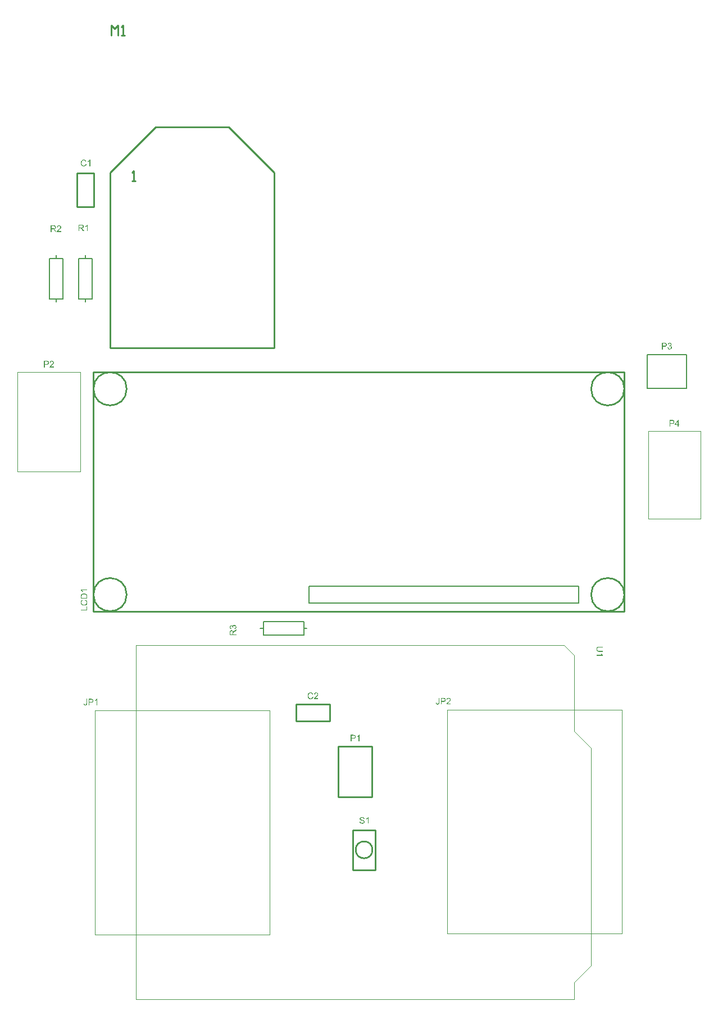
<source format=gto>
%FSLAX43Y43*%
%MOMM*%
G71*
G01*
G75*
%ADD10C,0.508*%
%ADD11R,1.800X1.800*%
%ADD12C,1.800*%
%ADD13R,3.200X2.800*%
%ADD14C,1.500*%
%ADD15R,1.500X1.500*%
%ADD16C,2.032*%
%ADD17R,2.032X2.032*%
%ADD18C,1.524*%
%ADD19R,1.524X1.524*%
%ADD20C,2.540*%
%ADD21R,1.524X1.524*%
%ADD22C,1.905*%
%ADD23R,1.500X1.500*%
%ADD24C,1.270*%
%ADD25C,0.254*%
%ADD26C,0.102*%
%ADD27C,0.200*%
%ADD28C,0.152*%
G36*
X272663Y111905D02*
Y111904D01*
Y111899D01*
Y111894D01*
Y111885D01*
X272661Y111874D01*
Y111863D01*
X272659Y111836D01*
X272656Y111805D01*
X272650Y111773D01*
X272642Y111743D01*
X272632Y111715D01*
Y111713D01*
X272630Y111712D01*
X272626Y111703D01*
X272619Y111692D01*
X272609Y111677D01*
X272595Y111661D01*
X272580Y111644D01*
X272560Y111627D01*
X272537Y111613D01*
X272535Y111612D01*
X272526Y111608D01*
X272513Y111602D01*
X272495Y111596D01*
X272473Y111589D01*
X272447Y111584D01*
X272419Y111579D01*
X272388Y111578D01*
X272375D01*
X272367Y111579D01*
X272355Y111581D01*
X272344Y111582D01*
X272315Y111588D01*
X272284Y111596D01*
X272251Y111609D01*
X272234Y111617D01*
X272219Y111627D01*
X272205Y111639D01*
X272191Y111651D01*
X272189Y111653D01*
X272188Y111654D01*
X272185Y111660D01*
X272181Y111665D01*
X272175Y111672D01*
X272169Y111682D01*
X272164Y111694D01*
X272157Y111706D01*
X272151Y111720D01*
X272145Y111737D01*
X272140Y111754D01*
X272134Y111774D01*
X272131Y111795D01*
X272127Y111819D01*
X272126Y111843D01*
Y111870D01*
X272243Y111887D01*
Y111885D01*
Y111882D01*
Y111877D01*
X272244Y111868D01*
X272246Y111860D01*
Y111850D01*
X272250Y111826D01*
X272254Y111801D01*
X272262Y111775D01*
X272271Y111753D01*
X272277Y111743D01*
X272284Y111734D01*
X272285Y111733D01*
X272291Y111729D01*
X272299Y111722D01*
X272310Y111715D01*
X272326Y111706D01*
X272343Y111701D01*
X272364Y111695D01*
X272387Y111694D01*
X272395D01*
X272403Y111695D01*
X272416Y111696D01*
X272429Y111699D01*
X272443Y111702D01*
X272457Y111708D01*
X272471Y111715D01*
X272473Y111716D01*
X272477Y111719D01*
X272482Y111725D01*
X272491Y111730D01*
X272498Y111740D01*
X272506Y111750D01*
X272513Y111761D01*
X272519Y111775D01*
Y111777D01*
X272522Y111782D01*
X272523Y111792D01*
X272526Y111805D01*
X272529Y111822D01*
X272530Y111843D01*
X272533Y111868D01*
Y111898D01*
Y112570D01*
X272663D01*
Y111905D01*
D02*
G37*
G36*
X326382Y112696D02*
X326406Y112695D01*
X326431Y112693D01*
X326455Y112690D01*
X326476Y112688D01*
X326479D01*
X326489Y112685D01*
X326502Y112682D01*
X326519Y112678D01*
X326537Y112671D01*
X326557Y112662D01*
X326578Y112652D01*
X326596Y112641D01*
X326599Y112640D01*
X326604Y112635D01*
X326613Y112627D01*
X326624Y112617D01*
X326637Y112604D01*
X326650Y112587D01*
X326664Y112569D01*
X326675Y112548D01*
X326676Y112545D01*
X326679Y112538D01*
X326685Y112525D01*
X326690Y112509D01*
X326695Y112489D01*
X326700Y112466D01*
X326703Y112441D01*
X326705Y112414D01*
Y112413D01*
Y112408D01*
Y112403D01*
X326703Y112393D01*
X326702Y112383D01*
X326700Y112370D01*
X326698Y112356D01*
X326695Y112341D01*
X326685Y112308D01*
X326679Y112291D01*
X326671Y112273D01*
X326661Y112255D01*
X326651Y112238D01*
X326638Y112221D01*
X326624Y112204D01*
X326623Y112203D01*
X326620Y112200D01*
X326616Y112196D01*
X326609Y112191D01*
X326600Y112184D01*
X326589Y112177D01*
X326575Y112169D01*
X326559Y112162D01*
X326541Y112153D01*
X326520Y112145D01*
X326497Y112138D01*
X326471Y112132D01*
X326442Y112126D01*
X326411Y112122D01*
X326376Y112119D01*
X326339Y112118D01*
X326090D01*
Y111722D01*
X325960D01*
Y112697D01*
X326361D01*
X326382Y112696D01*
D02*
G37*
G36*
X273296Y112569D02*
X273320Y112568D01*
X273345Y112566D01*
X273369Y112563D01*
X273390Y112561D01*
X273393D01*
X273403Y112558D01*
X273416Y112555D01*
X273432Y112551D01*
X273451Y112544D01*
X273471Y112535D01*
X273492Y112525D01*
X273510Y112514D01*
X273513Y112513D01*
X273518Y112508D01*
X273527Y112500D01*
X273538Y112490D01*
X273551Y112477D01*
X273564Y112460D01*
X273578Y112442D01*
X273589Y112421D01*
X273590Y112418D01*
X273593Y112411D01*
X273599Y112398D01*
X273604Y112382D01*
X273609Y112362D01*
X273614Y112339D01*
X273617Y112314D01*
X273619Y112287D01*
Y112286D01*
Y112281D01*
Y112276D01*
X273617Y112266D01*
X273616Y112256D01*
X273614Y112243D01*
X273612Y112229D01*
X273609Y112214D01*
X273599Y112181D01*
X273593Y112164D01*
X273585Y112146D01*
X273575Y112128D01*
X273565Y112111D01*
X273552Y112094D01*
X273538Y112077D01*
X273537Y112076D01*
X273534Y112073D01*
X273530Y112069D01*
X273523Y112064D01*
X273514Y112057D01*
X273503Y112050D01*
X273489Y112042D01*
X273473Y112035D01*
X273455Y112026D01*
X273434Y112018D01*
X273411Y112011D01*
X273385Y112005D01*
X273356Y111999D01*
X273325Y111995D01*
X273290Y111992D01*
X273253Y111991D01*
X273004D01*
Y111595D01*
X272874D01*
Y112570D01*
X273275D01*
X273296Y112569D01*
D02*
G37*
G36*
X274185Y111595D02*
X274065D01*
Y112358D01*
X274064Y112356D01*
X274057Y112351D01*
X274049Y112342D01*
X274034Y112332D01*
X274019Y112319D01*
X273999Y112305D01*
X273977Y112290D01*
X273951Y112274D01*
X273950D01*
X273948Y112273D01*
X273940Y112267D01*
X273926Y112260D01*
X273909Y112252D01*
X273889Y112242D01*
X273868Y112232D01*
X273847Y112222D01*
X273826Y112214D01*
Y112329D01*
X273827D01*
X273830Y112332D01*
X273836Y112334D01*
X273843Y112338D01*
X273851Y112342D01*
X273861Y112348D01*
X273885Y112362D01*
X273913Y112377D01*
X273941Y112397D01*
X273971Y112420D01*
X274001Y112444D01*
X274002Y112445D01*
X274003Y112446D01*
X274008Y112451D01*
X274013Y112455D01*
X274026Y112469D01*
X274043Y112486D01*
X274060Y112506D01*
X274078Y112528D01*
X274094Y112551D01*
X274108Y112575D01*
X274185D01*
Y111595D01*
D02*
G37*
G36*
X327167Y112700D02*
X327178Y112699D01*
X327192Y112697D01*
X327208Y112695D01*
X327223Y112692D01*
X327260Y112682D01*
X327297Y112668D01*
X327315Y112659D01*
X327333Y112649D01*
X327350Y112637D01*
X327366Y112623D01*
X327367Y112621D01*
X327370Y112620D01*
X327373Y112614D01*
X327378Y112609D01*
X327385Y112602D01*
X327393Y112592D01*
X327400Y112582D01*
X327408Y112569D01*
X327422Y112542D01*
X327436Y112509D01*
X327442Y112492D01*
X327445Y112472D01*
X327448Y112452D01*
X327449Y112431D01*
Y112428D01*
Y112421D01*
X327448Y112410D01*
X327446Y112394D01*
X327443Y112377D01*
X327438Y112358D01*
X327432Y112337D01*
X327424Y112315D01*
X327422Y112313D01*
X327419Y112306D01*
X327414Y112294D01*
X327405Y112279D01*
X327394Y112262D01*
X327380Y112241D01*
X327363Y112220D01*
X327343Y112196D01*
X327340Y112193D01*
X327333Y112184D01*
X327326Y112177D01*
X327319Y112170D01*
X327311Y112162D01*
X327299Y112150D01*
X327288Y112139D01*
X327274Y112126D01*
X327260Y112112D01*
X327243Y112097D01*
X327225Y112081D01*
X327205Y112063D01*
X327182Y112045D01*
X327160Y112025D01*
X327159Y112024D01*
X327156Y112021D01*
X327150Y112017D01*
X327143Y112011D01*
X327135Y112002D01*
X327125Y111994D01*
X327102Y111976D01*
X327078Y111954D01*
X327056Y111933D01*
X327036Y111915D01*
X327027Y111908D01*
X327020Y111901D01*
X327019Y111900D01*
X327015Y111895D01*
X327009Y111890D01*
X327002Y111881D01*
X326995Y111871D01*
X326987Y111861D01*
X326970Y111838D01*
X327450D01*
Y111722D01*
X326803D01*
Y111723D01*
Y111729D01*
Y111737D01*
X326805Y111749D01*
X326806Y111761D01*
X326809Y111775D01*
X326812Y111790D01*
X326817Y111805D01*
Y111806D01*
X326819Y111808D01*
X326822Y111816D01*
X326827Y111829D01*
X326836Y111846D01*
X326847Y111866D01*
X326861Y111888D01*
X326877Y111911D01*
X326896Y111935D01*
Y111936D01*
X326899Y111938D01*
X326906Y111946D01*
X326919Y111959D01*
X326937Y111977D01*
X326958Y111998D01*
X326985Y112024D01*
X327018Y112052D01*
X327053Y112081D01*
X327054Y112083D01*
X327060Y112087D01*
X327068Y112094D01*
X327078Y112103D01*
X327091Y112114D01*
X327106Y112126D01*
X327122Y112141D01*
X327140Y112156D01*
X327175Y112190D01*
X327211Y112224D01*
X327228Y112241D01*
X327243Y112258D01*
X327257Y112273D01*
X327268Y112289D01*
Y112290D01*
X327271Y112291D01*
X327274Y112296D01*
X327277Y112301D01*
X327287Y112317D01*
X327298Y112335D01*
X327308Y112358D01*
X327318Y112382D01*
X327323Y112408D01*
X327326Y112434D01*
Y112435D01*
Y112437D01*
X327325Y112445D01*
X327323Y112459D01*
X327319Y112475D01*
X327314Y112494D01*
X327304Y112514D01*
X327291Y112534D01*
X327274Y112554D01*
X327271Y112556D01*
X327264Y112562D01*
X327254Y112569D01*
X327239Y112579D01*
X327219Y112587D01*
X327197Y112596D01*
X327170Y112602D01*
X327140Y112603D01*
X327132D01*
X327126Y112602D01*
X327109Y112600D01*
X327089Y112596D01*
X327068Y112590D01*
X327044Y112580D01*
X327022Y112568D01*
X327001Y112551D01*
X326998Y112548D01*
X326992Y112541D01*
X326984Y112530D01*
X326975Y112513D01*
X326965Y112493D01*
X326957Y112468D01*
X326951Y112439D01*
X326948Y112407D01*
X326826Y112420D01*
Y112421D01*
X326827Y112425D01*
Y112432D01*
X326829Y112442D01*
X326831Y112454D01*
X326834Y112466D01*
X326839Y112482D01*
X326843Y112497D01*
X326854Y112531D01*
X326871Y112565D01*
X326881Y112582D01*
X326893Y112599D01*
X326906Y112614D01*
X326920Y112628D01*
X326922Y112630D01*
X326924Y112631D01*
X326929Y112635D01*
X326936Y112640D01*
X326944Y112645D01*
X326954Y112651D01*
X326965Y112658D01*
X326979Y112665D01*
X326995Y112672D01*
X327012Y112679D01*
X327030Y112685D01*
X327050Y112690D01*
X327071Y112695D01*
X327094Y112699D01*
X327118Y112700D01*
X327143Y112702D01*
X327157D01*
X327167Y112700D01*
D02*
G37*
G36*
X272187Y193802D02*
X272200Y193801D01*
X272216Y193800D01*
X272231Y193798D01*
X272249Y193794D01*
X272287Y193786D01*
X272330Y193773D01*
X272351Y193764D01*
X272371Y193754D01*
X272390Y193742D01*
X272410Y193729D01*
X272411Y193728D01*
X272414Y193726D01*
X272420Y193722D01*
X272427Y193715D01*
X272434Y193708D01*
X272444Y193698D01*
X272454Y193687D01*
X272465Y193676D01*
X272476Y193661D01*
X272488Y193645D01*
X272500Y193628D01*
X272512Y193609D01*
X272521Y193588D01*
X272533Y193567D01*
X272541Y193544D01*
X272550Y193519D01*
X272423Y193489D01*
Y193491D01*
X272421Y193494D01*
X272419Y193499D01*
X272416Y193506D01*
X272413Y193515D01*
X272409Y193526D01*
X272397Y193549D01*
X272383Y193574D01*
X272366Y193599D01*
X272345Y193623D01*
X272323Y193645D01*
X272320Y193647D01*
X272311Y193653D01*
X272297Y193660D01*
X272279Y193670D01*
X272255Y193678D01*
X272228Y193687D01*
X272196Y193692D01*
X272161Y193694D01*
X272149D01*
X272142Y193692D01*
X272132D01*
X272121Y193691D01*
X272094Y193687D01*
X272065Y193681D01*
X272034Y193671D01*
X272001Y193657D01*
X271972Y193639D01*
X271970D01*
X271969Y193636D01*
X271959Y193629D01*
X271946Y193618D01*
X271931Y193601D01*
X271912Y193580D01*
X271896Y193556D01*
X271880Y193526D01*
X271866Y193494D01*
Y193492D01*
X271865Y193489D01*
X271863Y193485D01*
X271862Y193478D01*
X271859Y193470D01*
X271856Y193460D01*
X271852Y193436D01*
X271846Y193408D01*
X271841Y193377D01*
X271838Y193343D01*
X271836Y193306D01*
Y193305D01*
Y193301D01*
Y193294D01*
Y193285D01*
X271838Y193275D01*
Y193262D01*
X271839Y193248D01*
X271841Y193233D01*
X271845Y193199D01*
X271852Y193162D01*
X271860Y193126D01*
X271872Y193089D01*
Y193088D01*
X271873Y193085D01*
X271876Y193081D01*
X271879Y193074D01*
X271887Y193057D01*
X271900Y193037D01*
X271915Y193014D01*
X271935Y192990D01*
X271958Y192969D01*
X271984Y192950D01*
X271986D01*
X271989Y192948D01*
X271993Y192945D01*
X271998Y192943D01*
X272005Y192940D01*
X272014Y192935D01*
X272034Y192927D01*
X272059Y192919D01*
X272087Y192911D01*
X272118Y192906D01*
X272151Y192904D01*
X272161D01*
X272169Y192906D01*
X272179D01*
X272189Y192907D01*
X272214Y192913D01*
X272244Y192920D01*
X272273Y192931D01*
X272304Y192947D01*
X272320Y192955D01*
X272334Y192966D01*
X272335Y192968D01*
X272337Y192969D01*
X272341Y192974D01*
X272347Y192978D01*
X272352Y192985D01*
X272359Y192993D01*
X272368Y193002D01*
X272375Y193013D01*
X272383Y193026D01*
X272393Y193040D01*
X272402Y193054D01*
X272410Y193071D01*
X272417Y193089D01*
X272424Y193109D01*
X272431Y193130D01*
X272437Y193153D01*
X272567Y193120D01*
Y193119D01*
X272565Y193113D01*
X272562Y193105D01*
X272558Y193093D01*
X272554Y193081D01*
X272548Y193065D01*
X272541Y193048D01*
X272533Y193030D01*
X272513Y192990D01*
X272488Y192951D01*
X272472Y192931D01*
X272457Y192911D01*
X272440Y192895D01*
X272420Y192878D01*
X272419Y192876D01*
X272416Y192873D01*
X272409Y192871D01*
X272402Y192865D01*
X272390Y192858D01*
X272379Y192851D01*
X272364Y192844D01*
X272348Y192837D01*
X272330Y192828D01*
X272310Y192821D01*
X272289Y192814D01*
X272266Y192807D01*
X272242Y192802D01*
X272217Y192799D01*
X272190Y192796D01*
X272162Y192794D01*
X272146D01*
X272135Y192796D01*
X272122D01*
X272107Y192797D01*
X272090Y192800D01*
X272070Y192803D01*
X272029Y192810D01*
X271987Y192821D01*
X271945Y192837D01*
X271925Y192847D01*
X271905Y192858D01*
X271904Y192859D01*
X271901Y192861D01*
X271896Y192865D01*
X271890Y192871D01*
X271881Y192876D01*
X271872Y192885D01*
X271860Y192895D01*
X271849Y192906D01*
X271838Y192919D01*
X271825Y192931D01*
X271800Y192964D01*
X271776Y193002D01*
X271755Y193044D01*
Y193045D01*
X271752Y193050D01*
X271750Y193057D01*
X271746Y193065D01*
X271743Y193076D01*
X271739Y193091D01*
X271733Y193106D01*
X271729Y193123D01*
X271725Y193141D01*
X271719Y193162D01*
X271712Y193206D01*
X271707Y193255D01*
X271704Y193306D01*
Y193308D01*
Y193313D01*
Y193322D01*
X271705Y193332D01*
Y193346D01*
X271707Y193360D01*
X271708Y193378D01*
X271711Y193396D01*
X271718Y193437D01*
X271728Y193482D01*
X271742Y193528D01*
X271762Y193571D01*
X271763Y193573D01*
X271764Y193577D01*
X271767Y193583D01*
X271773Y193590D01*
X271779Y193599D01*
X271786Y193611D01*
X271804Y193636D01*
X271828Y193664D01*
X271856Y193692D01*
X271888Y193721D01*
X271927Y193745D01*
X271928Y193746D01*
X271932Y193747D01*
X271938Y193750D01*
X271945Y193754D01*
X271956Y193759D01*
X271967Y193763D01*
X271982Y193769D01*
X271997Y193774D01*
X272014Y193780D01*
X272032Y193786D01*
X272072Y193794D01*
X272117Y193801D01*
X272163Y193804D01*
X272177D01*
X272187Y193802D01*
D02*
G37*
G36*
X267646Y183880D02*
X267659D01*
X267689Y183878D01*
X267720Y183874D01*
X267754Y183870D01*
X267785Y183863D01*
X267800Y183858D01*
X267813Y183854D01*
X267814D01*
X267816Y183853D01*
X267824Y183848D01*
X267837Y183843D01*
X267852Y183833D01*
X267869Y183820D01*
X267887Y183803D01*
X267904Y183784D01*
X267921Y183761D01*
Y183760D01*
X267923Y183758D01*
X267928Y183750D01*
X267934Y183736D01*
X267942Y183717D01*
X267949Y183696D01*
X267957Y183671D01*
X267961Y183644D01*
X267962Y183614D01*
Y183613D01*
Y183610D01*
Y183605D01*
X267961Y183598D01*
Y183588D01*
X267959Y183578D01*
X267954Y183554D01*
X267945Y183526D01*
X267934Y183496D01*
X267917Y183466D01*
X267906Y183452D01*
X267895Y183438D01*
X267893Y183437D01*
X267892Y183435D01*
X267887Y183431D01*
X267882Y183427D01*
X267875Y183421D01*
X267866Y183416D01*
X267855Y183409D01*
X267844Y183400D01*
X267830Y183393D01*
X267814Y183386D01*
X267797Y183378D01*
X267779Y183371D01*
X267758Y183365D01*
X267737Y183358D01*
X267713Y183354D01*
X267687Y183349D01*
X267690Y183348D01*
X267696Y183345D01*
X267704Y183340D01*
X267715Y183334D01*
X267741Y183318D01*
X267754Y183309D01*
X267765Y183300D01*
X267768Y183297D01*
X267775Y183290D01*
X267786Y183279D01*
X267800Y183265D01*
X267816Y183245D01*
X267834Y183224D01*
X267852Y183199D01*
X267872Y183170D01*
X268040Y182905D01*
X267879D01*
X267751Y183108D01*
Y183110D01*
X267748Y183113D01*
X267745Y183117D01*
X267741Y183122D01*
X267731Y183138D01*
X267718Y183158D01*
X267703Y183179D01*
X267687Y183201D01*
X267672Y183223D01*
X267658Y183242D01*
X267656Y183244D01*
X267652Y183249D01*
X267645Y183258D01*
X267635Y183268D01*
X267614Y183289D01*
X267603Y183299D01*
X267591Y183307D01*
X267590Y183309D01*
X267587Y183310D01*
X267582Y183313D01*
X267573Y183317D01*
X267565Y183321D01*
X267555Y183325D01*
X267532Y183333D01*
X267531D01*
X267528Y183334D01*
X267522D01*
X267515Y183335D01*
X267505Y183337D01*
X267494D01*
X267479Y183338D01*
X267312D01*
Y182905D01*
X267183D01*
Y183881D01*
X267635D01*
X267646Y183880D01*
D02*
G37*
G36*
X325749Y112032D02*
Y112031D01*
Y112026D01*
Y112021D01*
Y112012D01*
X325747Y112001D01*
Y111990D01*
X325745Y111963D01*
X325742Y111932D01*
X325736Y111900D01*
X325728Y111870D01*
X325718Y111842D01*
Y111840D01*
X325716Y111839D01*
X325712Y111830D01*
X325705Y111819D01*
X325695Y111804D01*
X325681Y111788D01*
X325666Y111771D01*
X325646Y111754D01*
X325623Y111740D01*
X325621Y111739D01*
X325612Y111735D01*
X325599Y111729D01*
X325581Y111723D01*
X325559Y111716D01*
X325533Y111711D01*
X325505Y111706D01*
X325474Y111705D01*
X325461D01*
X325453Y111706D01*
X325441Y111708D01*
X325430Y111709D01*
X325401Y111715D01*
X325370Y111723D01*
X325337Y111736D01*
X325320Y111744D01*
X325305Y111754D01*
X325291Y111766D01*
X325277Y111778D01*
X325275Y111780D01*
X325274Y111781D01*
X325271Y111787D01*
X325267Y111792D01*
X325261Y111799D01*
X325255Y111809D01*
X325250Y111821D01*
X325243Y111833D01*
X325237Y111847D01*
X325231Y111864D01*
X325226Y111881D01*
X325220Y111901D01*
X325217Y111922D01*
X325213Y111946D01*
X325212Y111970D01*
Y111997D01*
X325329Y112014D01*
Y112012D01*
Y112009D01*
Y112004D01*
X325330Y111995D01*
X325332Y111987D01*
Y111977D01*
X325336Y111953D01*
X325340Y111928D01*
X325348Y111902D01*
X325357Y111880D01*
X325363Y111870D01*
X325370Y111861D01*
X325371Y111860D01*
X325377Y111856D01*
X325385Y111849D01*
X325396Y111842D01*
X325412Y111833D01*
X325429Y111828D01*
X325450Y111822D01*
X325473Y111821D01*
X325481D01*
X325489Y111822D01*
X325502Y111823D01*
X325515Y111826D01*
X325529Y111829D01*
X325543Y111835D01*
X325557Y111842D01*
X325559Y111843D01*
X325563Y111846D01*
X325568Y111852D01*
X325577Y111857D01*
X325584Y111867D01*
X325592Y111877D01*
X325599Y111888D01*
X325605Y111902D01*
Y111904D01*
X325608Y111909D01*
X325609Y111919D01*
X325612Y111932D01*
X325615Y111949D01*
X325616Y111970D01*
X325619Y111995D01*
Y112025D01*
Y112697D01*
X325749D01*
Y112032D01*
D02*
G37*
G36*
X273128Y192811D02*
X273008D01*
Y193574D01*
X273006Y193573D01*
X272999Y193567D01*
X272991Y193559D01*
X272977Y193549D01*
X272961Y193536D01*
X272942Y193522D01*
X272919Y193506D01*
X272894Y193491D01*
X272892D01*
X272891Y193489D01*
X272882Y193484D01*
X272868Y193477D01*
X272851Y193468D01*
X272832Y193458D01*
X272810Y193449D01*
X272789Y193439D01*
X272768Y193430D01*
Y193546D01*
X272770D01*
X272772Y193549D01*
X272778Y193550D01*
X272785Y193554D01*
X272793Y193559D01*
X272803Y193564D01*
X272827Y193578D01*
X272856Y193594D01*
X272884Y193614D01*
X272913Y193636D01*
X272943Y193660D01*
X272944Y193661D01*
X272946Y193663D01*
X272950Y193667D01*
X272956Y193671D01*
X272968Y193685D01*
X272985Y193702D01*
X273002Y193722D01*
X273020Y193745D01*
X273036Y193767D01*
X273050Y193791D01*
X273128D01*
Y192811D01*
D02*
G37*
G36*
X272682Y128909D02*
X271919D01*
X271920Y128908D01*
X271926Y128901D01*
X271935Y128892D01*
X271944Y128878D01*
X271957Y128863D01*
X271971Y128843D01*
X271987Y128820D01*
X272002Y128795D01*
Y128793D01*
X272004Y128792D01*
X272009Y128784D01*
X272016Y128769D01*
X272025Y128753D01*
X272035Y128733D01*
X272045Y128712D01*
X272054Y128691D01*
X272063Y128669D01*
X271947D01*
Y128671D01*
X271944Y128674D01*
X271943Y128679D01*
X271939Y128686D01*
X271935Y128695D01*
X271929Y128705D01*
X271915Y128729D01*
X271899Y128757D01*
X271880Y128785D01*
X271857Y128815D01*
X271833Y128844D01*
X271832Y128846D01*
X271830Y128847D01*
X271826Y128851D01*
X271822Y128857D01*
X271808Y128870D01*
X271791Y128886D01*
X271771Y128903D01*
X271748Y128922D01*
X271726Y128937D01*
X271702Y128951D01*
Y129029D01*
X272682D01*
Y128909D01*
D02*
G37*
G36*
X271825Y183994D02*
X271837D01*
X271867Y183992D01*
X271898Y183988D01*
X271932Y183984D01*
X271963Y183977D01*
X271978Y183973D01*
X271991Y183968D01*
X271992D01*
X271994Y183967D01*
X272002Y183963D01*
X272015Y183957D01*
X272031Y183947D01*
X272047Y183935D01*
X272066Y183918D01*
X272083Y183898D01*
X272100Y183875D01*
Y183874D01*
X272101Y183873D01*
X272107Y183864D01*
X272112Y183850D01*
X272121Y183832D01*
X272128Y183811D01*
X272135Y183785D01*
X272139Y183758D01*
X272140Y183729D01*
Y183727D01*
Y183725D01*
Y183719D01*
X272139Y183712D01*
Y183702D01*
X272138Y183692D01*
X272132Y183668D01*
X272124Y183640D01*
X272112Y183610D01*
X272095Y183581D01*
X272084Y183567D01*
X272073Y183553D01*
X272071Y183551D01*
X272070Y183550D01*
X272066Y183546D01*
X272060Y183541D01*
X272053Y183536D01*
X272045Y183530D01*
X272033Y183523D01*
X272022Y183514D01*
X272008Y183507D01*
X271992Y183500D01*
X271976Y183492D01*
X271957Y183485D01*
X271936Y183479D01*
X271915Y183472D01*
X271891Y183468D01*
X271866Y183464D01*
X271868Y183462D01*
X271874Y183460D01*
X271882Y183454D01*
X271894Y183448D01*
X271919Y183433D01*
X271932Y183423D01*
X271943Y183414D01*
X271946Y183412D01*
X271953Y183405D01*
X271964Y183393D01*
X271978Y183379D01*
X271994Y183359D01*
X272012Y183338D01*
X272031Y183313D01*
X272050Y183285D01*
X272218Y183020D01*
X272057D01*
X271929Y183223D01*
Y183224D01*
X271926Y183227D01*
X271923Y183231D01*
X271919Y183237D01*
X271909Y183252D01*
X271897Y183272D01*
X271881Y183293D01*
X271866Y183316D01*
X271850Y183337D01*
X271836Y183357D01*
X271835Y183358D01*
X271830Y183364D01*
X271823Y183372D01*
X271813Y183382D01*
X271792Y183403D01*
X271781Y183413D01*
X271770Y183421D01*
X271768Y183423D01*
X271765Y183424D01*
X271760Y183427D01*
X271751Y183431D01*
X271743Y183436D01*
X271733Y183440D01*
X271711Y183447D01*
X271709D01*
X271706Y183448D01*
X271701D01*
X271694Y183450D01*
X271684Y183451D01*
X271672D01*
X271657Y183452D01*
X271491D01*
Y183020D01*
X271361D01*
Y183995D01*
X271813D01*
X271825Y183994D01*
D02*
G37*
G36*
X272745Y183020D02*
X272625D01*
Y183782D01*
X272624Y183781D01*
X272617Y183775D01*
X272608Y183767D01*
X272594Y183757D01*
X272579Y183744D01*
X272559Y183730D01*
X272537Y183715D01*
X272511Y183699D01*
X272510D01*
X272508Y183698D01*
X272500Y183692D01*
X272486Y183685D01*
X272469Y183677D01*
X272449Y183667D01*
X272428Y183657D01*
X272407Y183647D01*
X272386Y183639D01*
Y183754D01*
X272387D01*
X272390Y183757D01*
X272396Y183758D01*
X272403Y183763D01*
X272411Y183767D01*
X272421Y183772D01*
X272445Y183787D01*
X272473Y183802D01*
X272501Y183822D01*
X272531Y183844D01*
X272561Y183868D01*
X272562Y183870D01*
X272563Y183871D01*
X272568Y183875D01*
X272573Y183880D01*
X272586Y183894D01*
X272603Y183911D01*
X272620Y183930D01*
X272638Y183953D01*
X272654Y183975D01*
X272668Y183999D01*
X272745D01*
Y183020D01*
D02*
G37*
G36*
X350175Y119408D02*
X350178Y119405D01*
X350179Y119399D01*
X350183Y119392D01*
X350188Y119384D01*
X350193Y119374D01*
X350207Y119350D01*
X350223Y119322D01*
X350243Y119294D01*
X350265Y119264D01*
X350289Y119234D01*
X350291Y119233D01*
X350292Y119232D01*
X350296Y119227D01*
X350300Y119222D01*
X350315Y119209D01*
X350331Y119192D01*
X350351Y119175D01*
X350374Y119157D01*
X350396Y119141D01*
X350420Y119127D01*
Y119050D01*
X349440D01*
Y119170D01*
X350203D01*
X350202Y119171D01*
X350196Y119178D01*
X350188Y119187D01*
X350178Y119201D01*
X350165Y119216D01*
X350151Y119236D01*
X350135Y119258D01*
X350120Y119284D01*
Y119285D01*
X350119Y119287D01*
X350113Y119295D01*
X350106Y119309D01*
X350097Y119326D01*
X350088Y119346D01*
X350078Y119367D01*
X350068Y119388D01*
X350059Y119409D01*
X350175D01*
Y119408D01*
D02*
G37*
G36*
X350416Y120304D02*
X349831D01*
X349821Y120303D01*
X349808D01*
X349782Y120302D01*
X349751Y120299D01*
X349720Y120295D01*
X349690Y120289D01*
X349677Y120286D01*
X349665Y120282D01*
X349662Y120280D01*
X349655Y120278D01*
X349645Y120271D01*
X349631Y120262D01*
X349617Y120252D01*
X349601Y120238D01*
X349586Y120221D01*
X349573Y120201D01*
X349572Y120199D01*
X349567Y120192D01*
X349563Y120179D01*
X349557Y120162D01*
X349550Y120142D01*
X349546Y120117D01*
X349542Y120090D01*
X349541Y120061D01*
Y120059D01*
Y120055D01*
Y120046D01*
X349542Y120038D01*
Y120025D01*
X349543Y120013D01*
X349549Y119982D01*
X349556Y119948D01*
X349567Y119915D01*
X349583Y119884D01*
X349593Y119870D01*
X349604Y119858D01*
X349605Y119856D01*
X349607Y119855D01*
X349611Y119852D01*
X349617Y119848D01*
X349625Y119843D01*
X349634Y119838D01*
X349646Y119832D01*
X349659Y119827D01*
X349674Y119821D01*
X349693Y119817D01*
X349714Y119811D01*
X349737Y119807D01*
X349762Y119803D01*
X349789Y119800D01*
X349820Y119797D01*
X350416D01*
Y119667D01*
X349828D01*
X349815Y119669D01*
X349801D01*
X349784Y119670D01*
X349768Y119671D01*
X349729Y119676D01*
X349690Y119681D01*
X349652Y119690D01*
X349634Y119695D01*
X349617Y119701D01*
X349615D01*
X349612Y119702D01*
X349608Y119705D01*
X349603Y119708D01*
X349587Y119717D01*
X349567Y119729D01*
X349545Y119746D01*
X349522Y119766D01*
X349498Y119791D01*
X349477Y119822D01*
Y119824D01*
X349474Y119827D01*
X349473Y119831D01*
X349469Y119838D01*
X349464Y119846D01*
X349460Y119858D01*
X349456Y119869D01*
X349450Y119883D01*
X349445Y119898D01*
X349440Y119915D01*
X349436Y119934D01*
X349432Y119955D01*
X349429Y119976D01*
X349426Y119998D01*
X349424Y120049D01*
Y120051D01*
Y120055D01*
Y120062D01*
X349425Y120072D01*
Y120083D01*
X349426Y120097D01*
X349428Y120113D01*
X349429Y120128D01*
X349435Y120163D01*
X349443Y120201D01*
X349455Y120238D01*
X349470Y120273D01*
Y120275D01*
X349473Y120278D01*
X349476Y120282D01*
X349479Y120287D01*
X349490Y120303D01*
X349505Y120321D01*
X349525Y120342D01*
X349548Y120362D01*
X349576Y120382D01*
X349607Y120397D01*
X349608D01*
X349611Y120399D01*
X349617Y120400D01*
X349624Y120403D01*
X349632Y120406D01*
X349643Y120409D01*
X349656Y120413D01*
X349672Y120416D01*
X349689Y120419D01*
X349707Y120423D01*
X349727Y120426D01*
X349748Y120428D01*
X349772Y120431D01*
X349797Y120433D01*
X349824Y120434D01*
X350416D01*
Y120304D01*
D02*
G37*
G36*
X295135Y122832D02*
X294932Y122704D01*
X294931D01*
X294928Y122701D01*
X294924Y122698D01*
X294918Y122694D01*
X294903Y122684D01*
X294883Y122672D01*
X294862Y122656D01*
X294839Y122641D01*
X294818Y122625D01*
X294798Y122611D01*
X294797Y122610D01*
X294791Y122605D01*
X294783Y122598D01*
X294773Y122588D01*
X294752Y122567D01*
X294742Y122556D01*
X294734Y122545D01*
X294732Y122543D01*
X294731Y122540D01*
X294728Y122535D01*
X294724Y122526D01*
X294719Y122518D01*
X294715Y122508D01*
X294708Y122486D01*
Y122484D01*
X294707Y122481D01*
Y122476D01*
X294705Y122469D01*
X294704Y122459D01*
Y122447D01*
X294703Y122432D01*
Y122415D01*
Y122266D01*
X295135D01*
Y122136D01*
X294160D01*
Y122567D01*
Y122569D01*
Y122573D01*
Y122580D01*
Y122588D01*
X294161Y122600D01*
Y122612D01*
X294163Y122642D01*
X294167Y122673D01*
X294171Y122707D01*
X294178Y122738D01*
X294182Y122753D01*
X294187Y122766D01*
Y122767D01*
X294188Y122769D01*
X294192Y122777D01*
X294198Y122790D01*
X294208Y122806D01*
X294220Y122822D01*
X294237Y122841D01*
X294257Y122858D01*
X294280Y122875D01*
X294281D01*
X294282Y122876D01*
X294291Y122882D01*
X294305Y122887D01*
X294323Y122896D01*
X294344Y122903D01*
X294370Y122910D01*
X294397Y122914D01*
X294426Y122915D01*
X294436D01*
X294443Y122914D01*
X294453D01*
X294463Y122913D01*
X294487Y122907D01*
X294515Y122899D01*
X294545Y122887D01*
X294574Y122870D01*
X294588Y122859D01*
X294602Y122848D01*
X294604Y122846D01*
X294605Y122845D01*
X294609Y122841D01*
X294614Y122835D01*
X294619Y122828D01*
X294625Y122820D01*
X294632Y122808D01*
X294641Y122797D01*
X294648Y122783D01*
X294655Y122767D01*
X294663Y122751D01*
X294670Y122732D01*
X294676Y122711D01*
X294683Y122690D01*
X294687Y122666D01*
X294691Y122641D01*
X294693Y122643D01*
X294695Y122649D01*
X294701Y122657D01*
X294707Y122669D01*
X294722Y122694D01*
X294732Y122707D01*
X294741Y122718D01*
X294743Y122721D01*
X294750Y122728D01*
X294762Y122739D01*
X294776Y122753D01*
X294796Y122769D01*
X294817Y122787D01*
X294842Y122806D01*
X294870Y122825D01*
X295135Y122993D01*
Y122832D01*
D02*
G37*
G36*
X272380Y127482D02*
X272388Y127480D01*
X272400Y127475D01*
X272412Y127471D01*
X272428Y127466D01*
X272445Y127458D01*
X272463Y127450D01*
X272503Y127430D01*
X272542Y127405D01*
X272562Y127389D01*
X272582Y127374D01*
X272599Y127357D01*
X272615Y127337D01*
X272617Y127336D01*
X272620Y127333D01*
X272622Y127326D01*
X272628Y127319D01*
X272635Y127308D01*
X272642Y127296D01*
X272649Y127281D01*
X272656Y127265D01*
X272665Y127247D01*
X272672Y127227D01*
X272679Y127206D01*
X272686Y127184D01*
X272692Y127160D01*
X272694Y127134D01*
X272697Y127107D01*
X272699Y127079D01*
Y127078D01*
Y127072D01*
Y127064D01*
X272697Y127052D01*
Y127040D01*
X272696Y127024D01*
X272693Y127007D01*
X272690Y126988D01*
X272683Y126947D01*
X272672Y126904D01*
X272656Y126862D01*
X272646Y126842D01*
X272635Y126823D01*
X272634Y126821D01*
X272632Y126818D01*
X272628Y126813D01*
X272622Y126807D01*
X272617Y126799D01*
X272608Y126789D01*
X272599Y126778D01*
X272587Y126766D01*
X272575Y126755D01*
X272562Y126742D01*
X272529Y126717D01*
X272491Y126693D01*
X272449Y126672D01*
X272448D01*
X272443Y126669D01*
X272436Y126668D01*
X272428Y126663D01*
X272417Y126661D01*
X272403Y126656D01*
X272387Y126651D01*
X272370Y126646D01*
X272352Y126642D01*
X272331Y126637D01*
X272287Y126630D01*
X272238Y126624D01*
X272187Y126621D01*
X272171D01*
X272162Y126623D01*
X272147D01*
X272133Y126624D01*
X272115Y126625D01*
X272097Y126628D01*
X272056Y126635D01*
X272011Y126645D01*
X271966Y126659D01*
X271922Y126679D01*
X271920Y126680D01*
X271916Y126682D01*
X271911Y126685D01*
X271904Y126690D01*
X271894Y126696D01*
X271882Y126703D01*
X271857Y126721D01*
X271829Y126745D01*
X271801Y126773D01*
X271772Y126806D01*
X271748Y126844D01*
X271747Y126845D01*
X271746Y126849D01*
X271743Y126855D01*
X271739Y126862D01*
X271734Y126873D01*
X271730Y126885D01*
X271725Y126899D01*
X271719Y126914D01*
X271713Y126931D01*
X271708Y126950D01*
X271699Y126989D01*
X271692Y127034D01*
X271689Y127081D01*
Y127082D01*
Y127088D01*
Y127095D01*
X271691Y127105D01*
X271692Y127117D01*
X271694Y127133D01*
X271695Y127148D01*
X271699Y127167D01*
X271708Y127205D01*
X271720Y127247D01*
X271729Y127268D01*
X271739Y127288D01*
X271751Y127308D01*
X271764Y127327D01*
X271765Y127329D01*
X271767Y127332D01*
X271771Y127337D01*
X271778Y127344D01*
X271785Y127351D01*
X271795Y127361D01*
X271806Y127371D01*
X271818Y127382D01*
X271832Y127394D01*
X271849Y127405D01*
X271865Y127418D01*
X271884Y127429D01*
X271905Y127439D01*
X271926Y127450D01*
X271949Y127458D01*
X271974Y127467D01*
X272004Y127340D01*
X272002D01*
X271999Y127339D01*
X271994Y127336D01*
X271987Y127333D01*
X271978Y127330D01*
X271967Y127326D01*
X271944Y127315D01*
X271919Y127301D01*
X271894Y127284D01*
X271870Y127263D01*
X271849Y127240D01*
X271846Y127237D01*
X271840Y127229D01*
X271833Y127215D01*
X271823Y127196D01*
X271815Y127172D01*
X271806Y127146D01*
X271801Y127113D01*
X271799Y127078D01*
Y127076D01*
Y127072D01*
Y127067D01*
X271801Y127060D01*
Y127050D01*
X271802Y127038D01*
X271806Y127012D01*
X271812Y126982D01*
X271822Y126951D01*
X271836Y126919D01*
X271854Y126889D01*
Y126888D01*
X271857Y126886D01*
X271864Y126876D01*
X271875Y126864D01*
X271892Y126848D01*
X271913Y126830D01*
X271937Y126813D01*
X271967Y126797D01*
X271999Y126783D01*
X272001D01*
X272004Y126782D01*
X272008Y126780D01*
X272015Y126779D01*
X272023Y126776D01*
X272033Y126773D01*
X272057Y126769D01*
X272085Y126763D01*
X272116Y126758D01*
X272150Y126755D01*
X272187Y126754D01*
X272208D01*
X272218Y126755D01*
X272231D01*
X272245Y126756D01*
X272260Y126758D01*
X272294Y126762D01*
X272331Y126769D01*
X272367Y126778D01*
X272404Y126789D01*
X272405D01*
X272408Y126790D01*
X272412Y126793D01*
X272419Y126796D01*
X272436Y126804D01*
X272456Y126817D01*
X272479Y126833D01*
X272503Y126852D01*
X272524Y126875D01*
X272544Y126902D01*
Y126903D01*
X272545Y126906D01*
X272548Y126910D01*
X272551Y126916D01*
X272553Y126923D01*
X272558Y126931D01*
X272566Y126951D01*
X272575Y126976D01*
X272582Y127005D01*
X272587Y127036D01*
X272589Y127068D01*
Y127069D01*
Y127072D01*
Y127078D01*
X272587Y127086D01*
Y127096D01*
X272586Y127106D01*
X272580Y127131D01*
X272573Y127161D01*
X272562Y127191D01*
X272546Y127222D01*
X272538Y127237D01*
X272527Y127251D01*
X272525Y127253D01*
X272524Y127254D01*
X272520Y127258D01*
X272515Y127264D01*
X272508Y127270D01*
X272500Y127277D01*
X272491Y127285D01*
X272480Y127292D01*
X272467Y127301D01*
X272453Y127310D01*
X272439Y127319D01*
X272422Y127327D01*
X272404Y127334D01*
X272384Y127341D01*
X272363Y127349D01*
X272341Y127354D01*
X272373Y127484D01*
X272374D01*
X272380Y127482D01*
D02*
G37*
G36*
X272218Y128448D02*
X272229D01*
X272256Y128447D01*
X272287Y128442D01*
X272319Y128438D01*
X272353Y128431D01*
X272387Y128423D01*
X272388D01*
X272391Y128421D01*
X272396Y128420D01*
X272401Y128418D01*
X272417Y128413D01*
X272436Y128404D01*
X272459Y128396D01*
X272482Y128385D01*
X272505Y128371D01*
X272528Y128356D01*
X272531Y128355D01*
X272538Y128349D01*
X272548Y128341D01*
X272560Y128330D01*
X272575Y128317D01*
X272589Y128301D01*
X272604Y128286D01*
X272617Y128268D01*
X272618Y128265D01*
X272622Y128259D01*
X272628Y128249D01*
X272635Y128235D01*
X272644Y128218D01*
X272651Y128199D01*
X272659Y128176D01*
X272666Y128151D01*
Y128149D01*
Y128148D01*
X272668Y128144D01*
X272669Y128139D01*
X272670Y128125D01*
X272673Y128106D01*
X272676Y128083D01*
X272679Y128056D01*
X272680Y128027D01*
X272682Y127994D01*
Y127643D01*
X271706D01*
Y127979D01*
Y127980D01*
Y127984D01*
Y127990D01*
Y127997D01*
Y128007D01*
Y128018D01*
X271708Y128043D01*
X271709Y128072D01*
X271712Y128100D01*
X271716Y128128D01*
X271720Y128152D01*
Y128153D01*
X271722Y128156D01*
Y128160D01*
X271725Y128166D01*
X271729Y128182D01*
X271736Y128201D01*
X271746Y128224D01*
X271758Y128248D01*
X271772Y128272D01*
X271791Y128294D01*
X271792Y128296D01*
X271794Y128297D01*
X271798Y128301D01*
X271802Y128307D01*
X271816Y128321D01*
X271836Y128338D01*
X271860Y128356D01*
X271888Y128376D01*
X271920Y128395D01*
X271957Y128410D01*
X271959D01*
X271961Y128411D01*
X271967Y128414D01*
X271975Y128416D01*
X271985Y128420D01*
X271997Y128423D01*
X272009Y128426D01*
X272025Y128430D01*
X272040Y128434D01*
X272059Y128437D01*
X272098Y128444D01*
X272142Y128448D01*
X272190Y128449D01*
X272208D01*
X272218Y128448D01*
D02*
G37*
G36*
X294869Y123708D02*
X294880Y123706D01*
X294893Y123703D01*
X294907Y123701D01*
X294922Y123698D01*
X294956Y123687D01*
X294975Y123678D01*
X294992Y123670D01*
X295010Y123658D01*
X295028Y123646D01*
X295046Y123632D01*
X295063Y123615D01*
X295065Y123613D01*
X295068Y123610D01*
X295072Y123605D01*
X295078Y123598D01*
X295085Y123589D01*
X295092Y123578D01*
X295100Y123565D01*
X295107Y123550D01*
X295116Y123534D01*
X295124Y123516D01*
X295131Y123498D01*
X295138Y123477D01*
X295144Y123454D01*
X295148Y123430D01*
X295151Y123406D01*
X295152Y123379D01*
Y123378D01*
Y123374D01*
Y123367D01*
X295151Y123358D01*
X295149Y123347D01*
X295148Y123334D01*
X295145Y123320D01*
X295142Y123305D01*
X295134Y123271D01*
X295120Y123235D01*
X295111Y123217D01*
X295101Y123200D01*
X295089Y123183D01*
X295076Y123166D01*
X295075Y123165D01*
X295072Y123162D01*
X295068Y123158D01*
X295062Y123154D01*
X295055Y123147D01*
X295045Y123140D01*
X295035Y123131D01*
X295023Y123123D01*
X295008Y123114D01*
X294994Y123106D01*
X294961Y123090D01*
X294921Y123078D01*
X294900Y123073D01*
X294877Y123071D01*
X294862Y123190D01*
X294863D01*
X294866Y123192D01*
X294872Y123193D01*
X294879Y123195D01*
X294887Y123196D01*
X294897Y123199D01*
X294918Y123206D01*
X294944Y123216D01*
X294968Y123228D01*
X294990Y123243D01*
X295010Y123259D01*
X295011Y123262D01*
X295017Y123268D01*
X295024Y123279D01*
X295031Y123293D01*
X295039Y123310D01*
X295046Y123331D01*
X295052Y123355D01*
X295054Y123381D01*
Y123382D01*
Y123385D01*
Y123389D01*
X295052Y123395D01*
X295051Y123410D01*
X295046Y123430D01*
X295039Y123453D01*
X295030Y123477D01*
X295015Y123500D01*
X294996Y123523D01*
X294993Y123526D01*
X294984Y123533D01*
X294972Y123541D01*
X294955Y123553D01*
X294934Y123564D01*
X294910Y123572D01*
X294882Y123579D01*
X294851Y123582D01*
X294842D01*
X294836Y123581D01*
X294821Y123579D01*
X294803Y123575D01*
X294780Y123570D01*
X294758Y123560D01*
X294735Y123546D01*
X294714Y123527D01*
X294711Y123524D01*
X294705Y123517D01*
X294697Y123506D01*
X294687Y123491D01*
X294677Y123471D01*
X294669Y123447D01*
X294663Y123420D01*
X294660Y123391D01*
Y123389D01*
Y123385D01*
Y123378D01*
X294662Y123368D01*
X294663Y123355D01*
X294666Y123341D01*
X294669Y123324D01*
X294673Y123306D01*
X294567Y123320D01*
Y123321D01*
Y123327D01*
X294569Y123333D01*
Y123338D01*
Y123340D01*
Y123341D01*
Y123345D01*
Y123351D01*
X294566Y123367D01*
X294563Y123385D01*
X294559Y123406D01*
X294552Y123430D01*
X294542Y123453D01*
X294529Y123477D01*
Y123478D01*
X294528Y123479D01*
X294522Y123486D01*
X294512Y123496D01*
X294500Y123508D01*
X294481Y123519D01*
X294460Y123529D01*
X294436Y123536D01*
X294422Y123539D01*
X294395D01*
X294384Y123536D01*
X294368Y123533D01*
X294352Y123527D01*
X294333Y123520D01*
X294315Y123509D01*
X294298Y123493D01*
X294297Y123492D01*
X294291Y123485D01*
X294284Y123475D01*
X294275Y123462D01*
X294268Y123446D01*
X294261Y123426D01*
X294256Y123403D01*
X294254Y123378D01*
Y123376D01*
Y123375D01*
Y123367D01*
X294257Y123354D01*
X294260Y123337D01*
X294266Y123319D01*
X294273Y123300D01*
X294284Y123281D01*
X294298Y123262D01*
X294299Y123261D01*
X294306Y123255D01*
X294316Y123247D01*
X294330Y123237D01*
X294349Y123227D01*
X294371Y123217D01*
X294398Y123209D01*
X294429Y123203D01*
X294408Y123083D01*
X294406D01*
X294402Y123085D01*
X294397Y123086D01*
X294388Y123087D01*
X294378Y123090D01*
X294367Y123094D01*
X294340Y123103D01*
X294309Y123117D01*
X294278Y123134D01*
X294249Y123155D01*
X294222Y123182D01*
X294220Y123183D01*
X294219Y123186D01*
X294216Y123190D01*
X294212Y123196D01*
X294206Y123203D01*
X294201Y123213D01*
X294195Y123223D01*
X294188Y123235D01*
X294177Y123264D01*
X294165Y123296D01*
X294158Y123334D01*
X294156Y123354D01*
Y123375D01*
Y123376D01*
Y123379D01*
Y123383D01*
Y123389D01*
X294157Y123405D01*
X294160Y123423D01*
X294164Y123446D01*
X294171Y123471D01*
X294180Y123496D01*
X294191Y123522D01*
Y123523D01*
X294192Y123524D01*
X294196Y123533D01*
X294205Y123546D01*
X294215Y123560D01*
X294229Y123577D01*
X294244Y123594D01*
X294263Y123610D01*
X294284Y123625D01*
X294287Y123626D01*
X294294Y123630D01*
X294306Y123636D01*
X294322Y123643D01*
X294340Y123650D01*
X294361Y123656D01*
X294385Y123660D01*
X294409Y123661D01*
X294421D01*
X294432Y123660D01*
X294447Y123657D01*
X294466Y123653D01*
X294485Y123646D01*
X294505Y123637D01*
X294525Y123626D01*
X294528Y123625D01*
X294533Y123620D01*
X294543Y123612D01*
X294555Y123601D01*
X294567Y123586D01*
X294581Y123570D01*
X294594Y123550D01*
X294607Y123526D01*
Y123527D01*
X294608Y123530D01*
X294609Y123534D01*
X294611Y123540D01*
X294617Y123555D01*
X294625Y123575D01*
X294636Y123598D01*
X294650Y123620D01*
X294669Y123641D01*
X294690Y123661D01*
X294693Y123663D01*
X294701Y123668D01*
X294715Y123677D01*
X294734Y123685D01*
X294756Y123694D01*
X294783Y123702D01*
X294814Y123708D01*
X294848Y123709D01*
X294860D01*
X294869Y123708D01*
D02*
G37*
G36*
X272682Y125895D02*
X271706D01*
Y126025D01*
X272566D01*
Y126506D01*
X272682D01*
Y125895D01*
D02*
G37*
G36*
X313706Y106172D02*
X313586D01*
Y106935D01*
X313584Y106933D01*
X313577Y106928D01*
X313569Y106919D01*
X313555Y106909D01*
X313539Y106897D01*
X313520Y106882D01*
X313497Y106867D01*
X313472Y106851D01*
X313470D01*
X313469Y106850D01*
X313460Y106844D01*
X313446Y106837D01*
X313429Y106829D01*
X313410Y106819D01*
X313388Y106809D01*
X313367Y106799D01*
X313346Y106791D01*
Y106906D01*
X313348D01*
X313350Y106909D01*
X313356Y106911D01*
X313363Y106915D01*
X313372Y106919D01*
X313381Y106925D01*
X313405Y106939D01*
X313434Y106954D01*
X313462Y106974D01*
X313491Y106997D01*
X313521Y107021D01*
X313522Y107022D01*
X313524Y107023D01*
X313528Y107028D01*
X313534Y107032D01*
X313546Y107046D01*
X313563Y107063D01*
X313580Y107083D01*
X313598Y107105D01*
X313614Y107128D01*
X313628Y107152D01*
X313706D01*
Y106172D01*
D02*
G37*
G36*
X312816Y107146D02*
X312840Y107145D01*
X312865Y107143D01*
X312889Y107140D01*
X312911Y107138D01*
X312913D01*
X312923Y107135D01*
X312936Y107132D01*
X312953Y107128D01*
X312971Y107121D01*
X312991Y107112D01*
X313012Y107102D01*
X313030Y107091D01*
X313033Y107090D01*
X313039Y107085D01*
X313047Y107077D01*
X313059Y107067D01*
X313071Y107054D01*
X313084Y107038D01*
X313098Y107019D01*
X313109Y106998D01*
X313111Y106995D01*
X313114Y106988D01*
X313119Y106976D01*
X313125Y106959D01*
X313129Y106939D01*
X313135Y106916D01*
X313138Y106891D01*
X313139Y106864D01*
Y106863D01*
Y106859D01*
Y106853D01*
X313138Y106843D01*
X313136Y106833D01*
X313135Y106820D01*
X313132Y106806D01*
X313129Y106791D01*
X313119Y106758D01*
X313114Y106742D01*
X313105Y106723D01*
X313095Y106705D01*
X313085Y106688D01*
X313073Y106671D01*
X313059Y106654D01*
X313057Y106653D01*
X313054Y106650D01*
X313050Y106646D01*
X313043Y106641D01*
X313035Y106634D01*
X313023Y106627D01*
X313009Y106619D01*
X312994Y106612D01*
X312975Y106603D01*
X312954Y106595D01*
X312932Y106588D01*
X312905Y106582D01*
X312877Y106577D01*
X312846Y106572D01*
X312810Y106570D01*
X312774Y106568D01*
X312524D01*
Y106172D01*
X312395D01*
Y107148D01*
X312795D01*
X312816Y107146D01*
D02*
G37*
G36*
X306376Y113538D02*
X306388Y113537D01*
X306404Y113536D01*
X306419Y113534D01*
X306438Y113530D01*
X306476Y113521D01*
X306518Y113509D01*
X306539Y113500D01*
X306559Y113490D01*
X306579Y113478D01*
X306598Y113465D01*
X306600Y113464D01*
X306603Y113462D01*
X306608Y113458D01*
X306615Y113451D01*
X306622Y113444D01*
X306632Y113434D01*
X306642Y113423D01*
X306653Y113412D01*
X306665Y113397D01*
X306676Y113381D01*
X306689Y113364D01*
X306700Y113345D01*
X306710Y113324D01*
X306721Y113303D01*
X306730Y113280D01*
X306738Y113255D01*
X306611Y113225D01*
Y113227D01*
X306610Y113230D01*
X306607Y113235D01*
X306604Y113242D01*
X306601Y113251D01*
X306597Y113262D01*
X306586Y113285D01*
X306572Y113310D01*
X306555Y113335D01*
X306534Y113359D01*
X306511Y113381D01*
X306508Y113383D01*
X306500Y113389D01*
X306486Y113396D01*
X306467Y113406D01*
X306443Y113414D01*
X306417Y113423D01*
X306384Y113428D01*
X306349Y113430D01*
X306338D01*
X306331Y113428D01*
X306321D01*
X306309Y113427D01*
X306283Y113423D01*
X306253Y113417D01*
X306222Y113407D01*
X306190Y113393D01*
X306160Y113375D01*
X306159D01*
X306157Y113372D01*
X306147Y113365D01*
X306135Y113354D01*
X306119Y113337D01*
X306101Y113316D01*
X306084Y113292D01*
X306068Y113262D01*
X306054Y113230D01*
Y113228D01*
X306053Y113225D01*
X306052Y113221D01*
X306050Y113214D01*
X306047Y113206D01*
X306044Y113196D01*
X306040Y113172D01*
X306035Y113144D01*
X306029Y113113D01*
X306026Y113079D01*
X306025Y113042D01*
Y113041D01*
Y113037D01*
Y113030D01*
Y113021D01*
X306026Y113011D01*
Y112998D01*
X306028Y112984D01*
X306029Y112969D01*
X306033Y112935D01*
X306040Y112898D01*
X306049Y112862D01*
X306060Y112825D01*
Y112824D01*
X306061Y112821D01*
X306064Y112817D01*
X306067Y112810D01*
X306075Y112793D01*
X306088Y112773D01*
X306104Y112750D01*
X306123Y112726D01*
X306146Y112705D01*
X306173Y112686D01*
X306174D01*
X306177Y112684D01*
X306181Y112681D01*
X306187Y112678D01*
X306194Y112676D01*
X306202Y112671D01*
X306222Y112663D01*
X306247Y112655D01*
X306276Y112647D01*
X306307Y112642D01*
X306339Y112640D01*
X306349D01*
X306357Y112642D01*
X306367D01*
X306377Y112643D01*
X306402Y112649D01*
X306432Y112656D01*
X306462Y112667D01*
X306493Y112683D01*
X306508Y112691D01*
X306522Y112702D01*
X306524Y112704D01*
X306525Y112705D01*
X306529Y112710D01*
X306535Y112714D01*
X306541Y112721D01*
X306548Y112729D01*
X306556Y112738D01*
X306563Y112749D01*
X306572Y112762D01*
X306582Y112776D01*
X306590Y112790D01*
X306598Y112807D01*
X306605Y112825D01*
X306613Y112845D01*
X306620Y112866D01*
X306625Y112889D01*
X306755Y112856D01*
Y112855D01*
X306754Y112849D01*
X306751Y112841D01*
X306746Y112829D01*
X306742Y112817D01*
X306737Y112801D01*
X306730Y112784D01*
X306721Y112766D01*
X306701Y112726D01*
X306676Y112687D01*
X306660Y112667D01*
X306645Y112647D01*
X306628Y112631D01*
X306608Y112614D01*
X306607Y112612D01*
X306604Y112609D01*
X306597Y112607D01*
X306590Y112601D01*
X306579Y112594D01*
X306567Y112587D01*
X306552Y112580D01*
X306536Y112573D01*
X306518Y112564D01*
X306498Y112557D01*
X306477Y112550D01*
X306455Y112543D01*
X306431Y112538D01*
X306405Y112535D01*
X306379Y112532D01*
X306350Y112530D01*
X306335D01*
X306324Y112532D01*
X306311D01*
X306295Y112533D01*
X306278Y112536D01*
X306259Y112539D01*
X306218Y112546D01*
X306176Y112557D01*
X306133Y112573D01*
X306114Y112583D01*
X306094Y112594D01*
X306092Y112595D01*
X306090Y112597D01*
X306084Y112601D01*
X306078Y112607D01*
X306070Y112612D01*
X306060Y112621D01*
X306049Y112631D01*
X306037Y112642D01*
X306026Y112655D01*
X306013Y112667D01*
X305988Y112700D01*
X305964Y112738D01*
X305943Y112780D01*
Y112781D01*
X305940Y112786D01*
X305939Y112793D01*
X305934Y112801D01*
X305932Y112812D01*
X305927Y112827D01*
X305922Y112842D01*
X305918Y112859D01*
X305913Y112877D01*
X305908Y112898D01*
X305901Y112942D01*
X305895Y112991D01*
X305892Y113042D01*
Y113044D01*
Y113049D01*
Y113058D01*
X305894Y113068D01*
Y113082D01*
X305895Y113096D01*
X305896Y113114D01*
X305899Y113132D01*
X305906Y113173D01*
X305916Y113218D01*
X305930Y113264D01*
X305950Y113307D01*
X305951Y113309D01*
X305953Y113313D01*
X305956Y113319D01*
X305961Y113326D01*
X305967Y113335D01*
X305974Y113347D01*
X305992Y113372D01*
X306016Y113400D01*
X306044Y113428D01*
X306077Y113457D01*
X306115Y113481D01*
X306116Y113482D01*
X306121Y113483D01*
X306126Y113486D01*
X306133Y113490D01*
X306145Y113495D01*
X306156Y113499D01*
X306170Y113505D01*
X306185Y113510D01*
X306202Y113516D01*
X306221Y113521D01*
X306260Y113530D01*
X306305Y113537D01*
X306352Y113540D01*
X306366D01*
X306376Y113538D01*
D02*
G37*
G36*
X315070Y93777D02*
X314950D01*
Y94539D01*
X314949Y94538D01*
X314942Y94532D01*
X314933Y94524D01*
X314919Y94514D01*
X314904Y94501D01*
X314884Y94487D01*
X314861Y94472D01*
X314836Y94456D01*
X314835D01*
X314833Y94455D01*
X314825Y94449D01*
X314811Y94442D01*
X314794Y94434D01*
X314774Y94424D01*
X314753Y94414D01*
X314732Y94404D01*
X314711Y94396D01*
Y94511D01*
X314712D01*
X314715Y94514D01*
X314721Y94515D01*
X314728Y94520D01*
X314736Y94524D01*
X314746Y94530D01*
X314770Y94544D01*
X314798Y94559D01*
X314826Y94579D01*
X314856Y94601D01*
X314885Y94625D01*
X314887Y94627D01*
X314888Y94628D01*
X314892Y94632D01*
X314898Y94637D01*
X314911Y94651D01*
X314928Y94668D01*
X314945Y94687D01*
X314963Y94710D01*
X314978Y94733D01*
X314993Y94757D01*
X315070D01*
Y93777D01*
D02*
G37*
G36*
X360478Y166205D02*
X360497Y166203D01*
X360519Y166198D01*
X360545Y166191D01*
X360570Y166183D01*
X360595Y166171D01*
X360597D01*
X360598Y166170D01*
X360607Y166166D01*
X360619Y166157D01*
X360633Y166148D01*
X360650Y166133D01*
X360667Y166118D01*
X360684Y166100D01*
X360698Y166078D01*
X360700Y166076D01*
X360704Y166069D01*
X360710Y166056D01*
X360717Y166040D01*
X360724Y166022D01*
X360729Y166001D01*
X360734Y165977D01*
X360735Y165953D01*
Y165950D01*
Y165942D01*
X360734Y165930D01*
X360731Y165915D01*
X360727Y165897D01*
X360719Y165877D01*
X360711Y165857D01*
X360700Y165837D01*
X360698Y165835D01*
X360694Y165829D01*
X360686Y165819D01*
X360674Y165808D01*
X360660Y165795D01*
X360643Y165781D01*
X360624Y165768D01*
X360600Y165756D01*
X360601D01*
X360604Y165754D01*
X360608Y165753D01*
X360614Y165751D01*
X360629Y165746D01*
X360649Y165737D01*
X360672Y165726D01*
X360694Y165712D01*
X360715Y165694D01*
X360735Y165672D01*
X360736Y165670D01*
X360742Y165661D01*
X360750Y165647D01*
X360759Y165629D01*
X360767Y165606D01*
X360776Y165579D01*
X360782Y165548D01*
X360783Y165515D01*
Y165513D01*
Y165509D01*
Y165502D01*
X360782Y165493D01*
X360780Y165482D01*
X360777Y165469D01*
X360774Y165455D01*
X360772Y165440D01*
X360760Y165406D01*
X360752Y165388D01*
X360743Y165371D01*
X360732Y165352D01*
X360719Y165334D01*
X360705Y165316D01*
X360688Y165299D01*
X360687Y165297D01*
X360684Y165295D01*
X360679Y165290D01*
X360672Y165285D01*
X360663Y165278D01*
X360652Y165271D01*
X360639Y165262D01*
X360624Y165255D01*
X360608Y165247D01*
X360590Y165238D01*
X360571Y165231D01*
X360550Y165224D01*
X360528Y165219D01*
X360504Y165214D01*
X360480Y165211D01*
X360453Y165210D01*
X360440D01*
X360432Y165211D01*
X360421Y165213D01*
X360408Y165214D01*
X360394Y165217D01*
X360378Y165220D01*
X360345Y165228D01*
X360309Y165243D01*
X360291Y165251D01*
X360274Y165261D01*
X360257Y165274D01*
X360240Y165286D01*
X360239Y165288D01*
X360236Y165290D01*
X360232Y165295D01*
X360228Y165300D01*
X360220Y165307D01*
X360213Y165317D01*
X360205Y165327D01*
X360197Y165340D01*
X360188Y165354D01*
X360180Y165368D01*
X360164Y165402D01*
X360151Y165441D01*
X360147Y165462D01*
X360144Y165485D01*
X360264Y165500D01*
Y165499D01*
X360266Y165496D01*
X360267Y165491D01*
X360268Y165484D01*
X360270Y165475D01*
X360273Y165465D01*
X360280Y165444D01*
X360290Y165419D01*
X360302Y165395D01*
X360316Y165372D01*
X360333Y165352D01*
X360336Y165351D01*
X360342Y165345D01*
X360353Y165338D01*
X360367Y165331D01*
X360384Y165323D01*
X360405Y165316D01*
X360429Y165310D01*
X360454Y165309D01*
X360463D01*
X360469Y165310D01*
X360484Y165312D01*
X360504Y165316D01*
X360526Y165323D01*
X360550Y165333D01*
X360574Y165347D01*
X360597Y165367D01*
X360600Y165369D01*
X360607Y165378D01*
X360615Y165391D01*
X360626Y165407D01*
X360638Y165429D01*
X360646Y165453D01*
X360653Y165481D01*
X360656Y165512D01*
Y165513D01*
Y165516D01*
Y165520D01*
X360655Y165526D01*
X360653Y165541D01*
X360649Y165560D01*
X360643Y165582D01*
X360633Y165605D01*
X360619Y165627D01*
X360601Y165648D01*
X360598Y165651D01*
X360591Y165657D01*
X360580Y165665D01*
X360564Y165675D01*
X360545Y165685D01*
X360521Y165694D01*
X360494Y165699D01*
X360464Y165702D01*
X360452D01*
X360442Y165701D01*
X360429Y165699D01*
X360415Y165696D01*
X360398Y165694D01*
X360380Y165689D01*
X360394Y165795D01*
X360401D01*
X360407Y165794D01*
X360425D01*
X360440Y165797D01*
X360459Y165799D01*
X360480Y165804D01*
X360504Y165811D01*
X360526Y165820D01*
X360550Y165833D01*
X360552D01*
X360553Y165835D01*
X360560Y165840D01*
X360570Y165850D01*
X360581Y165863D01*
X360593Y165881D01*
X360602Y165902D01*
X360610Y165926D01*
X360612Y165940D01*
Y165956D01*
Y165957D01*
Y165959D01*
Y165967D01*
X360610Y165978D01*
X360607Y165994D01*
X360601Y166011D01*
X360594Y166029D01*
X360583Y166047D01*
X360567Y166064D01*
X360566Y166066D01*
X360559Y166071D01*
X360549Y166078D01*
X360536Y166087D01*
X360519Y166094D01*
X360500Y166101D01*
X360477Y166107D01*
X360452Y166108D01*
X360440D01*
X360428Y166105D01*
X360411Y166102D01*
X360392Y166097D01*
X360374Y166090D01*
X360354Y166078D01*
X360336Y166064D01*
X360335Y166063D01*
X360329Y166056D01*
X360321Y166046D01*
X360311Y166032D01*
X360301Y166014D01*
X360291Y165991D01*
X360282Y165964D01*
X360277Y165933D01*
X360157Y165954D01*
Y165956D01*
X360158Y165960D01*
X360160Y165966D01*
X360161Y165974D01*
X360164Y165984D01*
X360168Y165995D01*
X360177Y166022D01*
X360191Y166053D01*
X360208Y166084D01*
X360229Y166114D01*
X360256Y166140D01*
X360257Y166142D01*
X360260Y166143D01*
X360264Y166146D01*
X360270Y166150D01*
X360277Y166156D01*
X360287Y166162D01*
X360297Y166167D01*
X360309Y166174D01*
X360337Y166186D01*
X360370Y166197D01*
X360408Y166204D01*
X360428Y166207D01*
X360463D01*
X360478Y166205D01*
D02*
G37*
G36*
X359704Y166201D02*
X359728Y166200D01*
X359754Y166198D01*
X359778Y166195D01*
X359799Y166193D01*
X359802D01*
X359812Y166190D01*
X359824Y166187D01*
X359841Y166183D01*
X359860Y166176D01*
X359879Y166167D01*
X359900Y166157D01*
X359919Y166146D01*
X359922Y166145D01*
X359927Y166140D01*
X359936Y166132D01*
X359947Y166122D01*
X359960Y166109D01*
X359972Y166093D01*
X359986Y166074D01*
X359998Y166053D01*
X359999Y166050D01*
X360002Y166043D01*
X360008Y166031D01*
X360013Y166014D01*
X360017Y165994D01*
X360023Y165971D01*
X360026Y165946D01*
X360027Y165919D01*
Y165918D01*
Y165914D01*
Y165908D01*
X360026Y165898D01*
X360025Y165888D01*
X360023Y165875D01*
X360020Y165861D01*
X360017Y165846D01*
X360008Y165813D01*
X360002Y165797D01*
X359993Y165778D01*
X359984Y165760D01*
X359974Y165743D01*
X359961Y165726D01*
X359947Y165709D01*
X359946Y165708D01*
X359943Y165705D01*
X359939Y165701D01*
X359931Y165696D01*
X359923Y165689D01*
X359912Y165682D01*
X359898Y165674D01*
X359882Y165667D01*
X359864Y165658D01*
X359843Y165650D01*
X359820Y165643D01*
X359793Y165637D01*
X359765Y165632D01*
X359734Y165627D01*
X359699Y165625D01*
X359662Y165623D01*
X359413D01*
Y165227D01*
X359283D01*
Y166203D01*
X359683D01*
X359704Y166201D01*
D02*
G37*
G36*
X314123Y94768D02*
X314133D01*
X314159Y94765D01*
X314189Y94761D01*
X314220Y94754D01*
X314254Y94745D01*
X314285Y94734D01*
X314286D01*
X314289Y94733D01*
X314293Y94730D01*
X314299Y94727D01*
X314313Y94720D01*
X314331Y94707D01*
X314353Y94693D01*
X314374Y94675D01*
X314393Y94654D01*
X314412Y94630D01*
Y94628D01*
X314413Y94627D01*
X314416Y94623D01*
X314419Y94618D01*
X314426Y94604D01*
X314434Y94586D01*
X314444Y94563D01*
X314451Y94537D01*
X314458Y94508D01*
X314461Y94477D01*
X314337Y94468D01*
Y94469D01*
Y94472D01*
X314336Y94476D01*
X314334Y94483D01*
X314330Y94499D01*
X314324Y94520D01*
X314316Y94542D01*
X314303Y94565D01*
X314288Y94586D01*
X314268Y94606D01*
X314265Y94607D01*
X314258Y94613D01*
X314244Y94621D01*
X314226Y94630D01*
X314202Y94638D01*
X314174Y94647D01*
X314138Y94652D01*
X314099Y94654D01*
X314079D01*
X314071Y94652D01*
X314059Y94651D01*
X314034Y94648D01*
X314006Y94642D01*
X313978Y94635D01*
X313951Y94624D01*
X313940Y94617D01*
X313928Y94610D01*
X313925Y94609D01*
X313920Y94603D01*
X313911Y94593D01*
X313903Y94582D01*
X313893Y94566D01*
X313885Y94549D01*
X313879Y94530D01*
X313876Y94507D01*
Y94504D01*
Y94499D01*
X313878Y94489D01*
X313880Y94477D01*
X313885Y94463D01*
X313892Y94449D01*
X313900Y94435D01*
X313913Y94421D01*
X313914Y94420D01*
X313921Y94415D01*
X313927Y94411D01*
X313932Y94408D01*
X313941Y94404D01*
X313951Y94398D01*
X313964Y94394D01*
X313978Y94389D01*
X313993Y94383D01*
X314011Y94376D01*
X314031Y94370D01*
X314054Y94363D01*
X314079Y94358D01*
X314107Y94351D01*
X314109D01*
X314114Y94349D01*
X314123Y94348D01*
X314133Y94345D01*
X314145Y94342D01*
X314161Y94338D01*
X314176Y94334D01*
X314193Y94329D01*
X314230Y94320D01*
X314265Y94310D01*
X314282Y94304D01*
X314298Y94298D01*
X314312Y94294D01*
X314323Y94289D01*
X314324D01*
X314327Y94287D01*
X314331Y94284D01*
X314337Y94281D01*
X314353Y94273D01*
X314371Y94262D01*
X314392Y94246D01*
X314413Y94229D01*
X314433Y94210D01*
X314450Y94188D01*
X314451Y94186D01*
X314457Y94179D01*
X314463Y94166D01*
X314471Y94149D01*
X314478Y94129D01*
X314485Y94105D01*
X314489Y94078D01*
X314491Y94050D01*
Y94049D01*
Y94047D01*
Y94043D01*
Y94038D01*
X314488Y94022D01*
X314485Y94002D01*
X314479Y93980D01*
X314472Y93956D01*
X314461Y93930D01*
X314446Y93904D01*
Y93902D01*
X314444Y93901D01*
X314437Y93892D01*
X314427Y93880D01*
X314413Y93866D01*
X314395Y93849D01*
X314372Y93830D01*
X314347Y93813D01*
X314317Y93798D01*
X314316D01*
X314313Y93797D01*
X314309Y93795D01*
X314303Y93792D01*
X314295Y93789D01*
X314285Y93785D01*
X314262Y93780D01*
X314236Y93773D01*
X314203Y93766D01*
X314168Y93761D01*
X314130Y93760D01*
X314107D01*
X314096Y93761D01*
X314083D01*
X314069Y93763D01*
X314052Y93764D01*
X314017Y93770D01*
X313980Y93775D01*
X313944Y93785D01*
X313909Y93798D01*
X313907D01*
X313904Y93799D01*
X313900Y93802D01*
X313894Y93805D01*
X313878Y93813D01*
X313858Y93826D01*
X313835Y93843D01*
X313811Y93863D01*
X313789Y93887D01*
X313768Y93914D01*
Y93915D01*
X313765Y93918D01*
X313763Y93922D01*
X313759Y93928D01*
X313756Y93935D01*
X313752Y93943D01*
X313742Y93964D01*
X313732Y93991D01*
X313724Y94021D01*
X313718Y94055D01*
X313715Y94090D01*
X313837Y94101D01*
Y94100D01*
Y94098D01*
X313838Y94094D01*
Y94088D01*
X313841Y94076D01*
X313845Y94057D01*
X313851Y94039D01*
X313856Y94018D01*
X313866Y93998D01*
X313876Y93980D01*
X313878Y93978D01*
X313882Y93973D01*
X313889Y93963D01*
X313900Y93953D01*
X313914Y93940D01*
X313930Y93928D01*
X313951Y93915D01*
X313973Y93904D01*
X313975D01*
X313976Y93902D01*
X313980Y93901D01*
X313985Y93899D01*
X313999Y93895D01*
X314017Y93890D01*
X314040Y93884D01*
X314065Y93880D01*
X314093Y93877D01*
X314124Y93875D01*
X314137D01*
X314151Y93877D01*
X314168Y93878D01*
X314188Y93881D01*
X314210Y93884D01*
X314233Y93890D01*
X314254Y93897D01*
X314257Y93898D01*
X314264Y93901D01*
X314274Y93906D01*
X314286Y93912D01*
X314299Y93922D01*
X314313Y93932D01*
X314327Y93943D01*
X314339Y93957D01*
X314340Y93959D01*
X314343Y93964D01*
X314347Y93971D01*
X314353Y93983D01*
X314358Y93994D01*
X314362Y94008D01*
X314365Y94023D01*
X314367Y94040D01*
Y94042D01*
Y94049D01*
X314365Y94057D01*
X314364Y94069D01*
X314360Y94080D01*
X314355Y94094D01*
X314348Y94108D01*
X314339Y94121D01*
X314337Y94122D01*
X314333Y94126D01*
X314327Y94132D01*
X314317Y94141D01*
X314306Y94149D01*
X314291Y94159D01*
X314272Y94169D01*
X314251Y94177D01*
X314250Y94179D01*
X314243Y94180D01*
X314231Y94184D01*
X314224Y94186D01*
X314214Y94188D01*
X314205Y94193D01*
X314192Y94195D01*
X314178Y94200D01*
X314161Y94204D01*
X314144Y94208D01*
X314124Y94214D01*
X314102Y94219D01*
X314078Y94225D01*
X314076D01*
X314072Y94226D01*
X314065Y94228D01*
X314057Y94231D01*
X314045Y94234D01*
X314033Y94236D01*
X314004Y94245D01*
X313973Y94255D01*
X313941Y94265D01*
X313913Y94274D01*
X313900Y94280D01*
X313889Y94286D01*
X313887D01*
X313886Y94287D01*
X313878Y94293D01*
X313865Y94300D01*
X313851Y94311D01*
X313834Y94324D01*
X313817Y94339D01*
X313800Y94358D01*
X313786Y94377D01*
X313784Y94380D01*
X313780Y94387D01*
X313775Y94398D01*
X313769Y94413D01*
X313763Y94431D01*
X313758Y94452D01*
X313753Y94475D01*
X313752Y94499D01*
Y94500D01*
Y94501D01*
Y94506D01*
Y94511D01*
X313755Y94525D01*
X313758Y94544D01*
X313762Y94565D01*
X313769Y94589D01*
X313779Y94613D01*
X313793Y94637D01*
Y94638D01*
X313794Y94640D01*
X313801Y94648D01*
X313811Y94659D01*
X313824Y94673D01*
X313841Y94689D01*
X313862Y94706D01*
X313887Y94721D01*
X313916Y94735D01*
X313917D01*
X313920Y94737D01*
X313924Y94738D01*
X313930Y94741D01*
X313937Y94744D01*
X313947Y94747D01*
X313968Y94752D01*
X313995Y94758D01*
X314026Y94764D01*
X314058Y94768D01*
X314095Y94769D01*
X314113D01*
X314123Y94768D01*
D02*
G37*
G36*
X360848Y154568D02*
X360871Y154566D01*
X360897Y154565D01*
X360921Y154562D01*
X360942Y154559D01*
X360945D01*
X360955Y154557D01*
X360967Y154554D01*
X360984Y154550D01*
X361003Y154543D01*
X361022Y154534D01*
X361043Y154524D01*
X361062Y154513D01*
X361065Y154512D01*
X361070Y154507D01*
X361079Y154499D01*
X361090Y154489D01*
X361103Y154476D01*
X361115Y154459D01*
X361129Y154441D01*
X361141Y154420D01*
X361142Y154417D01*
X361145Y154410D01*
X361151Y154397D01*
X361156Y154380D01*
X361160Y154361D01*
X361166Y154338D01*
X361169Y154313D01*
X361170Y154286D01*
Y154285D01*
Y154280D01*
Y154275D01*
X361169Y154265D01*
X361168Y154255D01*
X361166Y154242D01*
X361163Y154228D01*
X361160Y154213D01*
X361151Y154180D01*
X361145Y154163D01*
X361137Y154145D01*
X361127Y154127D01*
X361117Y154110D01*
X361104Y154093D01*
X361090Y154076D01*
X361089Y154075D01*
X361086Y154072D01*
X361082Y154067D01*
X361074Y154063D01*
X361066Y154056D01*
X361055Y154049D01*
X361041Y154041D01*
X361025Y154034D01*
X361007Y154025D01*
X360986Y154017D01*
X360963Y154010D01*
X360936Y154004D01*
X360908Y153998D01*
X360877Y153994D01*
X360842Y153991D01*
X360805Y153990D01*
X360556D01*
Y153594D01*
X360426D01*
Y154569D01*
X360826D01*
X360848Y154568D01*
D02*
G37*
G36*
X268463Y183884D02*
X268474Y183882D01*
X268488Y183881D01*
X268503Y183878D01*
X268519Y183875D01*
X268556Y183865D01*
X268592Y183851D01*
X268611Y183843D01*
X268629Y183833D01*
X268646Y183820D01*
X268661Y183806D01*
X268663Y183805D01*
X268666Y183803D01*
X268668Y183798D01*
X268674Y183792D01*
X268681Y183785D01*
X268688Y183775D01*
X268695Y183765D01*
X268704Y183753D01*
X268718Y183726D01*
X268732Y183692D01*
X268737Y183675D01*
X268740Y183655D01*
X268743Y183636D01*
X268745Y183614D01*
Y183612D01*
Y183605D01*
X268743Y183593D01*
X268742Y183578D01*
X268739Y183561D01*
X268733Y183541D01*
X268728Y183520D01*
X268719Y183499D01*
X268718Y183496D01*
X268715Y183489D01*
X268709Y183478D01*
X268701Y183462D01*
X268690Y183445D01*
X268675Y183424D01*
X268659Y183403D01*
X268639Y183379D01*
X268636Y183376D01*
X268629Y183368D01*
X268622Y183361D01*
X268615Y183354D01*
X268606Y183345D01*
X268595Y183334D01*
X268584Y183323D01*
X268570Y183310D01*
X268556Y183296D01*
X268539Y183280D01*
X268520Y183265D01*
X268501Y183247D01*
X268478Y183228D01*
X268456Y183208D01*
X268454Y183207D01*
X268451Y183204D01*
X268446Y183200D01*
X268439Y183194D01*
X268430Y183186D01*
X268420Y183177D01*
X268398Y183159D01*
X268374Y183138D01*
X268351Y183117D01*
X268332Y183099D01*
X268323Y183091D01*
X268316Y183084D01*
X268315Y183083D01*
X268310Y183079D01*
X268305Y183073D01*
X268298Y183065D01*
X268291Y183055D01*
X268282Y183045D01*
X268265Y183021D01*
X268746D01*
Y182905D01*
X268099D01*
Y182907D01*
Y182912D01*
Y182921D01*
X268100Y182932D01*
X268102Y182945D01*
X268105Y182959D01*
X268107Y182973D01*
X268113Y182989D01*
Y182990D01*
X268114Y182991D01*
X268117Y183000D01*
X268123Y183013D01*
X268131Y183029D01*
X268143Y183049D01*
X268157Y183072D01*
X268172Y183094D01*
X268192Y183118D01*
Y183120D01*
X268195Y183121D01*
X268202Y183130D01*
X268215Y183142D01*
X268233Y183161D01*
X268254Y183182D01*
X268281Y183207D01*
X268313Y183235D01*
X268348Y183265D01*
X268350Y183266D01*
X268355Y183271D01*
X268364Y183278D01*
X268374Y183286D01*
X268386Y183297D01*
X268402Y183310D01*
X268418Y183324D01*
X268436Y183340D01*
X268471Y183373D01*
X268506Y183407D01*
X268523Y183424D01*
X268539Y183441D01*
X268553Y183457D01*
X268564Y183472D01*
Y183474D01*
X268567Y183475D01*
X268570Y183479D01*
X268573Y183485D01*
X268582Y183500D01*
X268594Y183519D01*
X268604Y183541D01*
X268613Y183565D01*
X268619Y183592D01*
X268622Y183617D01*
Y183619D01*
Y183620D01*
X268620Y183629D01*
X268619Y183643D01*
X268615Y183658D01*
X268609Y183678D01*
X268599Y183698D01*
X268587Y183717D01*
X268570Y183737D01*
X268567Y183740D01*
X268560Y183746D01*
X268550Y183753D01*
X268534Y183762D01*
X268515Y183771D01*
X268492Y183779D01*
X268465Y183785D01*
X268436Y183786D01*
X268427D01*
X268422Y183785D01*
X268405Y183784D01*
X268385Y183779D01*
X268364Y183774D01*
X268340Y183764D01*
X268317Y183751D01*
X268296Y183734D01*
X268293Y183731D01*
X268288Y183724D01*
X268279Y183713D01*
X268271Y183696D01*
X268261Y183677D01*
X268253Y183651D01*
X268247Y183623D01*
X268244Y183591D01*
X268121Y183603D01*
Y183605D01*
X268123Y183609D01*
Y183616D01*
X268124Y183626D01*
X268127Y183637D01*
X268130Y183650D01*
X268134Y183665D01*
X268138Y183681D01*
X268150Y183715D01*
X268167Y183748D01*
X268176Y183765D01*
X268189Y183782D01*
X268202Y183798D01*
X268216Y183812D01*
X268217Y183813D01*
X268220Y183815D01*
X268224Y183819D01*
X268231Y183823D01*
X268240Y183829D01*
X268250Y183834D01*
X268261Y183841D01*
X268275Y183848D01*
X268291Y183856D01*
X268308Y183863D01*
X268326Y183868D01*
X268346Y183874D01*
X268367Y183878D01*
X268389Y183882D01*
X268413Y183884D01*
X268439Y183885D01*
X268453D01*
X268463Y183884D01*
D02*
G37*
G36*
X266588Y163483D02*
X266612Y163482D01*
X266637Y163480D01*
X266661Y163478D01*
X266683Y163475D01*
X266685D01*
X266695Y163472D01*
X266708Y163469D01*
X266725Y163465D01*
X266743Y163458D01*
X266763Y163449D01*
X266784Y163440D01*
X266802Y163428D01*
X266805Y163427D01*
X266811Y163423D01*
X266819Y163414D01*
X266831Y163404D01*
X266843Y163392D01*
X266856Y163375D01*
X266870Y163356D01*
X266881Y163335D01*
X266883Y163332D01*
X266886Y163325D01*
X266891Y163313D01*
X266897Y163296D01*
X266901Y163276D01*
X266907Y163254D01*
X266910Y163228D01*
X266911Y163201D01*
Y163200D01*
Y163196D01*
Y163190D01*
X266910Y163180D01*
X266908Y163170D01*
X266907Y163158D01*
X266904Y163144D01*
X266901Y163128D01*
X266891Y163096D01*
X266886Y163079D01*
X266877Y163060D01*
X266867Y163042D01*
X266857Y163025D01*
X266845Y163008D01*
X266831Y162991D01*
X266829Y162990D01*
X266826Y162987D01*
X266822Y162983D01*
X266815Y162979D01*
X266807Y162972D01*
X266795Y162965D01*
X266781Y162956D01*
X266766Y162949D01*
X266747Y162941D01*
X266726Y162932D01*
X266704Y162925D01*
X266677Y162919D01*
X266649Y162914D01*
X266618Y162910D01*
X266582Y162907D01*
X266546Y162905D01*
X266296D01*
Y162509D01*
X266167D01*
Y163485D01*
X266567D01*
X266588Y163483D01*
D02*
G37*
G36*
X267373Y163488D02*
X267385Y163486D01*
X267399Y163485D01*
X267414Y163482D01*
X267430Y163479D01*
X267466Y163469D01*
X267503Y163455D01*
X267521Y163447D01*
X267540Y163437D01*
X267557Y163424D01*
X267572Y163410D01*
X267573Y163409D01*
X267576Y163407D01*
X267579Y163402D01*
X267585Y163396D01*
X267592Y163389D01*
X267599Y163379D01*
X267606Y163369D01*
X267614Y163356D01*
X267628Y163330D01*
X267643Y163296D01*
X267648Y163279D01*
X267651Y163259D01*
X267654Y163239D01*
X267655Y163218D01*
Y163215D01*
Y163208D01*
X267654Y163197D01*
X267652Y163182D01*
X267650Y163165D01*
X267644Y163145D01*
X267638Y163124D01*
X267630Y163103D01*
X267628Y163100D01*
X267626Y163093D01*
X267620Y163082D01*
X267612Y163066D01*
X267600Y163049D01*
X267586Y163028D01*
X267569Y163007D01*
X267550Y162983D01*
X267547Y162980D01*
X267540Y162972D01*
X267533Y162965D01*
X267526Y162957D01*
X267517Y162949D01*
X267506Y162938D01*
X267495Y162926D01*
X267480Y162914D01*
X267466Y162900D01*
X267449Y162884D01*
X267431Y162869D01*
X267411Y162850D01*
X267389Y162832D01*
X267366Y162812D01*
X267365Y162811D01*
X267362Y162808D01*
X267356Y162804D01*
X267349Y162798D01*
X267341Y162790D01*
X267331Y162781D01*
X267308Y162763D01*
X267284Y162742D01*
X267262Y162721D01*
X267242Y162702D01*
X267234Y162695D01*
X267227Y162688D01*
X267225Y162687D01*
X267221Y162683D01*
X267215Y162677D01*
X267208Y162669D01*
X267201Y162659D01*
X267193Y162649D01*
X267176Y162625D01*
X267657D01*
Y162509D01*
X267010D01*
Y162511D01*
Y162516D01*
Y162525D01*
X267011Y162536D01*
X267012Y162549D01*
X267015Y162563D01*
X267018Y162577D01*
X267024Y162592D01*
Y162594D01*
X267025Y162595D01*
X267028Y162604D01*
X267034Y162616D01*
X267042Y162633D01*
X267053Y162653D01*
X267067Y162676D01*
X267083Y162698D01*
X267103Y162722D01*
Y162723D01*
X267105Y162725D01*
X267113Y162733D01*
X267125Y162746D01*
X267144Y162764D01*
X267165Y162786D01*
X267191Y162811D01*
X267224Y162839D01*
X267259Y162869D01*
X267261Y162870D01*
X267266Y162874D01*
X267275Y162881D01*
X267284Y162890D01*
X267297Y162901D01*
X267313Y162914D01*
X267328Y162928D01*
X267347Y162943D01*
X267382Y162977D01*
X267417Y163011D01*
X267434Y163028D01*
X267449Y163045D01*
X267464Y163060D01*
X267475Y163076D01*
Y163077D01*
X267478Y163079D01*
X267480Y163083D01*
X267483Y163089D01*
X267493Y163104D01*
X267504Y163122D01*
X267514Y163145D01*
X267524Y163169D01*
X267530Y163196D01*
X267533Y163221D01*
Y163223D01*
Y163224D01*
X267531Y163232D01*
X267530Y163246D01*
X267526Y163262D01*
X267520Y163282D01*
X267510Y163301D01*
X267497Y163321D01*
X267480Y163341D01*
X267478Y163344D01*
X267471Y163349D01*
X267461Y163356D01*
X267445Y163366D01*
X267425Y163375D01*
X267403Y163383D01*
X267376Y163389D01*
X267347Y163390D01*
X267338D01*
X267332Y163389D01*
X267316Y163387D01*
X267296Y163383D01*
X267275Y163378D01*
X267251Y163368D01*
X267228Y163355D01*
X267207Y163338D01*
X267204Y163335D01*
X267198Y163328D01*
X267190Y163317D01*
X267182Y163300D01*
X267172Y163280D01*
X267163Y163255D01*
X267158Y163227D01*
X267155Y163194D01*
X267032Y163207D01*
Y163208D01*
X267034Y163213D01*
Y163220D01*
X267035Y163230D01*
X267038Y163241D01*
X267041Y163254D01*
X267045Y163269D01*
X267049Y163285D01*
X267060Y163318D01*
X267077Y163352D01*
X267087Y163369D01*
X267100Y163386D01*
X267113Y163402D01*
X267127Y163416D01*
X267128Y163417D01*
X267131Y163418D01*
X267135Y163423D01*
X267142Y163427D01*
X267151Y163433D01*
X267160Y163438D01*
X267172Y163445D01*
X267186Y163452D01*
X267201Y163459D01*
X267218Y163466D01*
X267237Y163472D01*
X267256Y163478D01*
X267277Y163482D01*
X267300Y163486D01*
X267324Y163488D01*
X267349Y163489D01*
X267363D01*
X267373Y163488D01*
D02*
G37*
G36*
X307212Y113526D02*
X307223Y113524D01*
X307237Y113523D01*
X307253Y113520D01*
X307268Y113517D01*
X307305Y113507D01*
X307341Y113493D01*
X307360Y113485D01*
X307378Y113475D01*
X307395Y113462D01*
X307410Y113448D01*
X307412Y113447D01*
X307415Y113445D01*
X307418Y113440D01*
X307423Y113434D01*
X307430Y113427D01*
X307437Y113417D01*
X307444Y113407D01*
X307453Y113395D01*
X307467Y113368D01*
X307481Y113334D01*
X307487Y113317D01*
X307489Y113297D01*
X307492Y113278D01*
X307494Y113256D01*
Y113254D01*
Y113247D01*
X307492Y113235D01*
X307491Y113220D01*
X307488Y113203D01*
X307482Y113183D01*
X307477Y113162D01*
X307468Y113141D01*
X307467Y113138D01*
X307464Y113131D01*
X307458Y113120D01*
X307450Y113104D01*
X307439Y113087D01*
X307425Y113066D01*
X307408Y113045D01*
X307388Y113021D01*
X307385Y113018D01*
X307378Y113010D01*
X307371Y113003D01*
X307364Y112996D01*
X307355Y112987D01*
X307344Y112976D01*
X307333Y112965D01*
X307319Y112952D01*
X307305Y112938D01*
X307288Y112922D01*
X307269Y112907D01*
X307250Y112889D01*
X307227Y112870D01*
X307205Y112850D01*
X307203Y112849D01*
X307200Y112846D01*
X307195Y112842D01*
X307188Y112836D01*
X307179Y112828D01*
X307169Y112819D01*
X307147Y112801D01*
X307123Y112780D01*
X307100Y112759D01*
X307081Y112741D01*
X307072Y112733D01*
X307065Y112726D01*
X307064Y112725D01*
X307059Y112721D01*
X307054Y112715D01*
X307047Y112707D01*
X307040Y112697D01*
X307031Y112687D01*
X307014Y112663D01*
X307495D01*
Y112547D01*
X306848D01*
Y112549D01*
Y112554D01*
Y112563D01*
X306849Y112574D01*
X306851Y112587D01*
X306854Y112601D01*
X306856Y112615D01*
X306862Y112631D01*
Y112632D01*
X306863Y112633D01*
X306866Y112642D01*
X306872Y112655D01*
X306880Y112671D01*
X306892Y112691D01*
X306906Y112714D01*
X306921Y112736D01*
X306941Y112760D01*
Y112762D01*
X306944Y112763D01*
X306951Y112772D01*
X306964Y112784D01*
X306982Y112803D01*
X307003Y112824D01*
X307030Y112849D01*
X307062Y112877D01*
X307098Y112907D01*
X307099Y112908D01*
X307105Y112913D01*
X307113Y112920D01*
X307123Y112928D01*
X307136Y112939D01*
X307151Y112952D01*
X307167Y112966D01*
X307185Y112982D01*
X307220Y113015D01*
X307255Y113049D01*
X307272Y113066D01*
X307288Y113083D01*
X307302Y113099D01*
X307313Y113114D01*
Y113116D01*
X307316Y113117D01*
X307319Y113121D01*
X307322Y113127D01*
X307332Y113142D01*
X307343Y113161D01*
X307353Y113183D01*
X307363Y113207D01*
X307368Y113234D01*
X307371Y113259D01*
Y113261D01*
Y113262D01*
X307370Y113271D01*
X307368Y113285D01*
X307364Y113300D01*
X307358Y113320D01*
X307348Y113340D01*
X307336Y113359D01*
X307319Y113379D01*
X307316Y113382D01*
X307309Y113388D01*
X307299Y113395D01*
X307284Y113405D01*
X307264Y113413D01*
X307241Y113421D01*
X307215Y113427D01*
X307185Y113428D01*
X307176D01*
X307171Y113427D01*
X307154Y113426D01*
X307134Y113421D01*
X307113Y113416D01*
X307089Y113406D01*
X307066Y113393D01*
X307045Y113376D01*
X307043Y113373D01*
X307037Y113366D01*
X307028Y113355D01*
X307020Y113338D01*
X307010Y113319D01*
X307002Y113293D01*
X306996Y113265D01*
X306993Y113233D01*
X306871Y113245D01*
Y113247D01*
X306872Y113251D01*
Y113258D01*
X306873Y113268D01*
X306876Y113279D01*
X306879Y113292D01*
X306883Y113307D01*
X306887Y113323D01*
X306899Y113357D01*
X306916Y113390D01*
X306926Y113407D01*
X306938Y113424D01*
X306951Y113440D01*
X306965Y113454D01*
X306966Y113455D01*
X306969Y113457D01*
X306973Y113461D01*
X306980Y113465D01*
X306989Y113471D01*
X306999Y113476D01*
X307010Y113483D01*
X307024Y113490D01*
X307040Y113498D01*
X307057Y113505D01*
X307075Y113510D01*
X307095Y113516D01*
X307116Y113520D01*
X307138Y113524D01*
X307162Y113526D01*
X307188Y113527D01*
X307202D01*
X307212Y113526D01*
D02*
G37*
G36*
X361789Y153938D02*
X361922D01*
Y153828D01*
X361789D01*
Y153594D01*
X361669D01*
Y153828D01*
X361245D01*
Y153938D01*
X361692Y154569D01*
X361789D01*
Y153938D01*
D02*
G37*
%LPC*%
G36*
X360835Y154454D02*
X360556D01*
Y154106D01*
X360818D01*
X360828Y154107D01*
X360838D01*
X360849Y154108D01*
X360876Y154111D01*
X360905Y154117D01*
X360935Y154125D01*
X360962Y154137D01*
X360974Y154144D01*
X360984Y154152D01*
X360987Y154155D01*
X360993Y154161D01*
X361001Y154172D01*
X361011Y154186D01*
X361021Y154204D01*
X361029Y154227D01*
X361035Y154252D01*
X361038Y154282D01*
Y154283D01*
Y154285D01*
Y154292D01*
X361036Y154304D01*
X361034Y154318D01*
X361031Y154334D01*
X361025Y154352D01*
X361017Y154369D01*
X361007Y154386D01*
X361005Y154387D01*
X361001Y154393D01*
X360994Y154400D01*
X360986Y154410D01*
X360973Y154420D01*
X360959Y154428D01*
X360943Y154437D01*
X360925Y154444D01*
X360924D01*
X360918Y154445D01*
X360910Y154447D01*
X360898Y154449D01*
X360881Y154451D01*
X360860Y154452D01*
X360835Y154454D01*
D02*
G37*
G36*
X271798Y183887D02*
X271491D01*
Y183564D01*
X271781D01*
X271798Y183565D01*
X271818Y183567D01*
X271840Y183568D01*
X271863Y183571D01*
X271885Y183575D01*
X271905Y183581D01*
X271908Y183582D01*
X271914Y183585D01*
X271922Y183589D01*
X271933Y183595D01*
X271946Y183603D01*
X271959Y183613D01*
X271971Y183626D01*
X271981Y183640D01*
X271983Y183641D01*
X271985Y183647D01*
X271990Y183655D01*
X271995Y183667D01*
X271999Y183679D01*
X272004Y183694D01*
X272007Y183710D01*
X272008Y183727D01*
Y183729D01*
Y183730D01*
X272007Y183739D01*
X272005Y183751D01*
X272002Y183768D01*
X271995Y183785D01*
X271987Y183805D01*
X271974Y183823D01*
X271957Y183842D01*
X271954Y183843D01*
X271947Y183849D01*
X271936Y183856D01*
X271918Y183864D01*
X271897Y183873D01*
X271868Y183880D01*
X271836Y183885D01*
X271798Y183887D01*
D02*
G37*
G36*
X294428Y122783D02*
X294425D01*
X294416Y122782D01*
X294404Y122780D01*
X294387Y122777D01*
X294370Y122770D01*
X294350Y122762D01*
X294332Y122749D01*
X294313Y122732D01*
X294312Y122729D01*
X294306Y122722D01*
X294299Y122711D01*
X294291Y122693D01*
X294282Y122672D01*
X294275Y122643D01*
X294270Y122611D01*
X294268Y122573D01*
Y122266D01*
X294591D01*
Y122542D01*
Y122543D01*
Y122546D01*
Y122550D01*
Y122556D01*
X294590Y122573D01*
X294588Y122593D01*
X294587Y122615D01*
X294584Y122638D01*
X294580Y122660D01*
X294574Y122680D01*
X294573Y122683D01*
X294570Y122688D01*
X294566Y122697D01*
X294560Y122708D01*
X294552Y122721D01*
X294542Y122734D01*
X294529Y122746D01*
X294515Y122756D01*
X294514Y122758D01*
X294508Y122760D01*
X294500Y122765D01*
X294488Y122770D01*
X294476Y122774D01*
X294461Y122779D01*
X294445Y122782D01*
X294428Y122783D01*
D02*
G37*
G36*
X361669Y154375D02*
X361362Y153938D01*
X361669D01*
Y154375D01*
D02*
G37*
G36*
X266575Y163369D02*
X266296D01*
Y163021D01*
X266559D01*
X266568Y163022D01*
X266578D01*
X266590Y163024D01*
X266616Y163027D01*
X266646Y163032D01*
X266676Y163041D01*
X266702Y163052D01*
X266715Y163059D01*
X266725Y163067D01*
X266728Y163070D01*
X266733Y163076D01*
X266742Y163087D01*
X266752Y163101D01*
X266762Y163120D01*
X266770Y163142D01*
X266776Y163168D01*
X266778Y163197D01*
Y163199D01*
Y163200D01*
Y163207D01*
X266777Y163220D01*
X266774Y163234D01*
X266771Y163249D01*
X266766Y163268D01*
X266757Y163285D01*
X266747Y163301D01*
X266746Y163303D01*
X266742Y163309D01*
X266735Y163316D01*
X266726Y163325D01*
X266714Y163335D01*
X266699Y163344D01*
X266684Y163352D01*
X266666Y163359D01*
X266664D01*
X266659Y163361D01*
X266650Y163362D01*
X266639Y163365D01*
X266622Y163366D01*
X266601Y163368D01*
X266575Y163369D01*
D02*
G37*
G36*
X326369Y112582D02*
X326090D01*
Y112234D01*
X326352D01*
X326362Y112235D01*
X326372D01*
X326383Y112236D01*
X326410Y112239D01*
X326440Y112245D01*
X326469Y112253D01*
X326496Y112265D01*
X326509Y112272D01*
X326519Y112280D01*
X326521Y112283D01*
X326527Y112289D01*
X326535Y112300D01*
X326545Y112314D01*
X326555Y112332D01*
X326564Y112355D01*
X326569Y112380D01*
X326572Y112410D01*
Y112411D01*
Y112413D01*
Y112420D01*
X326571Y112432D01*
X326568Y112446D01*
X326565Y112462D01*
X326559Y112480D01*
X326551Y112497D01*
X326541Y112514D01*
X326540Y112516D01*
X326535Y112521D01*
X326528Y112528D01*
X326520Y112538D01*
X326507Y112548D01*
X326493Y112556D01*
X326478Y112565D01*
X326459Y112572D01*
X326458D01*
X326452Y112573D01*
X326444Y112575D01*
X326433Y112578D01*
X326416Y112579D01*
X326394Y112580D01*
X326369Y112582D01*
D02*
G37*
G36*
X267620Y183772D02*
X267312D01*
Y183450D01*
X267603D01*
X267620Y183451D01*
X267639Y183452D01*
X267662Y183454D01*
X267684Y183457D01*
X267707Y183461D01*
X267727Y183466D01*
X267730Y183468D01*
X267735Y183471D01*
X267744Y183475D01*
X267755Y183481D01*
X267768Y183489D01*
X267780Y183499D01*
X267793Y183512D01*
X267803Y183526D01*
X267804Y183527D01*
X267807Y183533D01*
X267811Y183541D01*
X267817Y183552D01*
X267821Y183565D01*
X267825Y183579D01*
X267828Y183596D01*
X267830Y183613D01*
Y183614D01*
Y183616D01*
X267828Y183624D01*
X267827Y183637D01*
X267824Y183654D01*
X267817Y183671D01*
X267809Y183691D01*
X267796Y183709D01*
X267779Y183727D01*
X267776Y183729D01*
X267769Y183734D01*
X267758Y183741D01*
X267739Y183750D01*
X267718Y183758D01*
X267690Y183765D01*
X267658Y183771D01*
X267620Y183772D01*
D02*
G37*
G36*
X273283Y112455D02*
X273004D01*
Y112107D01*
X273266D01*
X273276Y112108D01*
X273286D01*
X273297Y112109D01*
X273324Y112112D01*
X273354Y112118D01*
X273383Y112126D01*
X273410Y112138D01*
X273423Y112145D01*
X273432Y112153D01*
X273435Y112156D01*
X273441Y112162D01*
X273449Y112173D01*
X273459Y112187D01*
X273469Y112205D01*
X273478Y112228D01*
X273483Y112253D01*
X273486Y112283D01*
Y112284D01*
Y112286D01*
Y112293D01*
X273485Y112305D01*
X273482Y112319D01*
X273479Y112335D01*
X273473Y112353D01*
X273465Y112370D01*
X273455Y112387D01*
X273454Y112389D01*
X273449Y112394D01*
X273442Y112401D01*
X273434Y112411D01*
X273421Y112421D01*
X273407Y112429D01*
X273392Y112438D01*
X273373Y112445D01*
X273372D01*
X273366Y112446D01*
X273358Y112448D01*
X273347Y112451D01*
X273330Y112452D01*
X273308Y112453D01*
X273283Y112455D01*
D02*
G37*
G36*
X359692Y166087D02*
X359413D01*
Y165739D01*
X359675D01*
X359685Y165740D01*
X359695D01*
X359706Y165742D01*
X359733Y165744D01*
X359762Y165750D01*
X359792Y165758D01*
X359819Y165770D01*
X359831Y165777D01*
X359841Y165785D01*
X359844Y165788D01*
X359850Y165794D01*
X359858Y165805D01*
X359868Y165819D01*
X359878Y165837D01*
X359886Y165860D01*
X359892Y165885D01*
X359895Y165915D01*
Y165916D01*
Y165918D01*
Y165925D01*
X359893Y165937D01*
X359891Y165952D01*
X359888Y165967D01*
X359882Y165985D01*
X359874Y166002D01*
X359864Y166019D01*
X359862Y166021D01*
X359858Y166026D01*
X359851Y166033D01*
X359843Y166043D01*
X359830Y166053D01*
X359816Y166062D01*
X359800Y166070D01*
X359782Y166077D01*
X359781D01*
X359775Y166078D01*
X359767Y166080D01*
X359755Y166083D01*
X359738Y166084D01*
X359717Y166086D01*
X359692Y166087D01*
D02*
G37*
G36*
X272187Y128317D02*
X272173D01*
X272162Y128316D01*
X272149D01*
X272135Y128314D01*
X272118Y128313D01*
X272101Y128311D01*
X272063Y128304D01*
X272023Y128296D01*
X271987Y128283D01*
X271968Y128275D01*
X271953Y128266D01*
X271951D01*
X271949Y128263D01*
X271944Y128261D01*
X271939Y128258D01*
X271925Y128246D01*
X271908Y128232D01*
X271889Y128214D01*
X271871Y128193D01*
X271856Y128169D01*
X271843Y128144D01*
X271842Y128141D01*
X271840Y128134D01*
X271836Y128121D01*
X271832Y128103D01*
X271829Y128080D01*
X271825Y128052D01*
X271823Y128035D01*
Y128017D01*
X271822Y127998D01*
Y127977D01*
Y127773D01*
X272566D01*
Y127980D01*
Y127981D01*
Y127984D01*
Y127990D01*
Y127996D01*
Y128004D01*
X272565Y128014D01*
X272563Y128035D01*
X272562Y128059D01*
X272559Y128084D01*
X272555Y128110D01*
X272549Y128131D01*
X272548Y128134D01*
X272546Y128141D01*
X272542Y128151D01*
X272536Y128163D01*
X272528Y128177D01*
X272520Y128191D01*
X272510Y128206D01*
X272498Y128220D01*
X272496Y128221D01*
X272490Y128227D01*
X272480Y128235D01*
X272466Y128245D01*
X272448Y128256D01*
X272427Y128269D01*
X272403Y128280D01*
X272376Y128290D01*
X272374D01*
X272372Y128292D01*
X272367Y128293D01*
X272362Y128294D01*
X272355Y128296D01*
X272345Y128299D01*
X272335Y128301D01*
X272324Y128304D01*
X272295Y128309D01*
X272263Y128313D01*
X272226Y128316D01*
X272187Y128317D01*
D02*
G37*
G36*
X312803Y107032D02*
X312524D01*
Y106684D01*
X312786D01*
X312796Y106685D01*
X312806D01*
X312818Y106687D01*
X312844Y106689D01*
X312874Y106695D01*
X312904Y106703D01*
X312930Y106715D01*
X312943Y106722D01*
X312953Y106730D01*
X312956Y106733D01*
X312961Y106739D01*
X312970Y106750D01*
X312980Y106764D01*
X312990Y106782D01*
X312998Y106805D01*
X313004Y106830D01*
X313006Y106860D01*
Y106861D01*
Y106863D01*
Y106870D01*
X313005Y106882D01*
X313002Y106897D01*
X312999Y106912D01*
X312994Y106930D01*
X312985Y106947D01*
X312975Y106964D01*
X312974Y106966D01*
X312970Y106971D01*
X312963Y106978D01*
X312954Y106988D01*
X312942Y106998D01*
X312927Y107007D01*
X312912Y107015D01*
X312894Y107022D01*
X312892D01*
X312887Y107023D01*
X312878Y107025D01*
X312867Y107028D01*
X312850Y107029D01*
X312829Y107031D01*
X312803Y107032D01*
D02*
G37*
%LPD*%
D25*
X315671Y89823D02*
G03*
X315671Y89823I-1270J0D01*
G01*
X278621Y128270D02*
G03*
X278621Y128270I-2500J0D01*
G01*
Y159270D02*
G03*
X278621Y159270I-2500J0D01*
G01*
X353621D02*
G03*
X353621Y159270I-2500J0D01*
G01*
Y128270D02*
G03*
X353621Y128270I-2500J0D01*
G01*
X283007Y198755D02*
X293980D01*
X300838Y165481D02*
Y191897D01*
X276149Y165481D02*
Y191897D01*
Y165481D02*
X300838D01*
X276149Y191897D02*
X283007Y198755D01*
X293980D02*
X300838Y191897D01*
X312674Y92825D02*
X316126D01*
Y86825D02*
Y92825D01*
X312674Y86825D02*
Y92825D01*
Y86825D02*
X316126D01*
X310515Y97790D02*
X315595D01*
Y105410D01*
X310515D02*
X315595D01*
X310515Y97790D02*
Y105410D01*
X304165Y109220D02*
Y111760D01*
X309245D01*
Y109220D02*
Y111760D01*
X304165Y109220D02*
X309245D01*
X271145Y186690D02*
X273685D01*
X271145D02*
Y191770D01*
X273685D01*
Y186690D02*
Y191770D01*
X273621Y161770D02*
X353621D01*
X273621Y125770D02*
Y161770D01*
X353621Y125770D02*
Y161770D01*
X273621Y125770D02*
X353621D01*
X276289Y212509D02*
Y214033D01*
X276796Y213525D01*
X277304Y214033D01*
Y212509D01*
X277812D02*
X278320D01*
X278066D01*
Y214033D01*
X277812Y213779D01*
X279400Y190627D02*
X279908D01*
X279654D01*
Y192151D01*
X279400Y191897D01*
D26*
X365125Y139700D02*
Y152900D01*
X357225Y139700D02*
Y152900D01*
Y139700D02*
X365125D01*
X357225Y152900D02*
X365125D01*
X262160Y146830D02*
Y161830D01*
Y146830D02*
X271660D01*
Y161830D01*
X262160D02*
X271660D01*
X353248Y77216D02*
Y110916D01*
X326898D02*
X353248D01*
X326898Y77216D02*
Y110916D01*
Y77216D02*
X353248D01*
X300162Y77089D02*
Y110789D01*
X273812D02*
X300162D01*
X273812Y77089D02*
Y110789D01*
Y77089D02*
X300162D01*
X344551Y120650D02*
X346075Y119126D01*
Y107696D02*
X348615Y105156D01*
X346075Y69850D02*
X348615Y72390D01*
X346075Y107696D02*
Y119126D01*
X348615Y72390D02*
Y105156D01*
X280035Y67310D02*
Y120650D01*
X346075Y67310D02*
Y69850D01*
X280035Y120650D02*
X344551D01*
X280035Y67310D02*
X346075D01*
D27*
X357099Y159385D02*
Y164465D01*
Y159385D02*
X362966D01*
Y164465D01*
X357099D02*
X362966D01*
X306070Y127000D02*
Y129540D01*
X344805D01*
X346710D01*
Y127000D02*
Y129540D01*
X306070Y127000D02*
X346710D01*
D28*
X266954Y178943D02*
X268986D01*
Y172847D02*
Y178943D01*
X266954Y172847D02*
X268986D01*
X266954D02*
Y178943D01*
X267970D02*
Y179395D01*
Y172395D02*
Y172847D01*
X305308Y122174D02*
Y124206D01*
X299212Y122174D02*
X305308D01*
X299212D02*
Y124206D01*
X305308D01*
Y123190D02*
X305760D01*
X298760D02*
X299212D01*
X271399Y172847D02*
X273431D01*
X271399D02*
Y178943D01*
X273431D01*
Y172847D02*
Y178943D01*
X272415Y172395D02*
Y172847D01*
Y178943D02*
Y179395D01*
M02*

</source>
